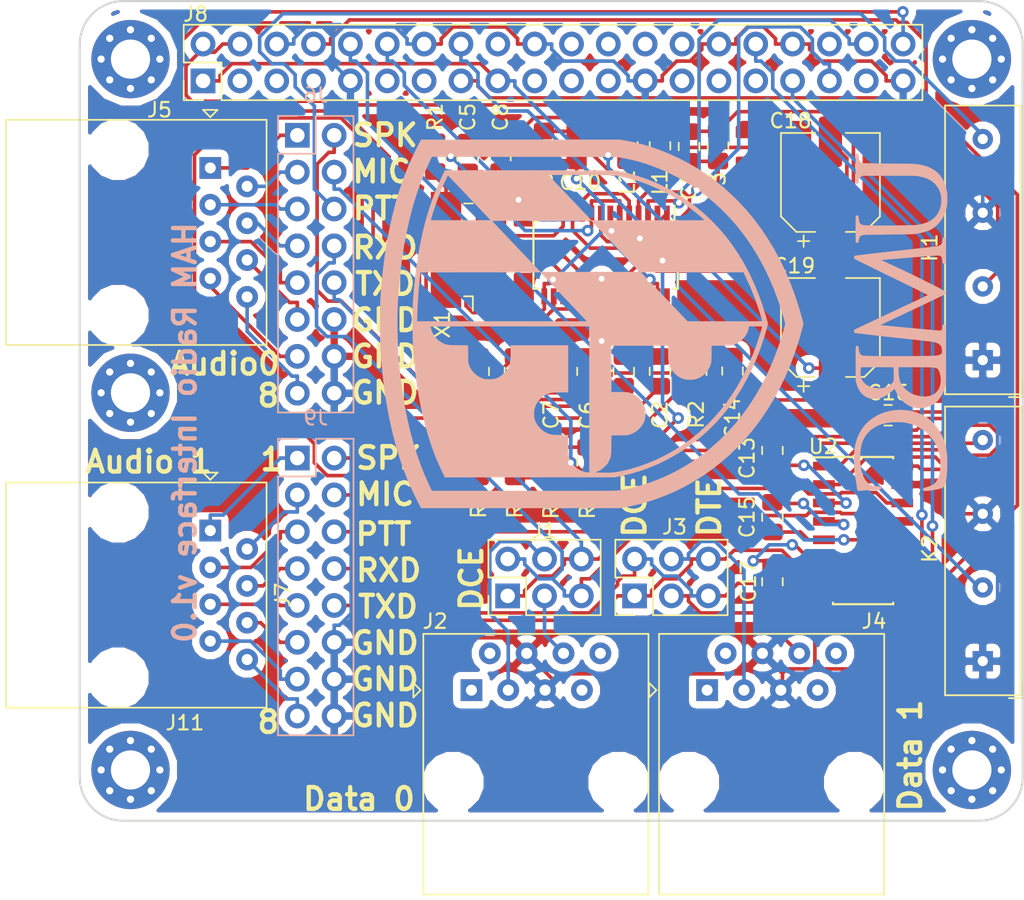
<source format=kicad_pcb>
(kicad_pcb (version 20171130) (host pcbnew "(5.0.2)-1")
  (layers (0 F.Cu signal) (31 B.Cu signal) (34 B.Paste user) (35 F.Paste user) (36 B.SilkS user) (37 F.SilkS user) (38 B.Mask user) (39 F.Mask user) (44 Edge.Cuts user))
  (net 0 "")
  (net 1 "Net-(C1-Pad1)")
  (net 2 INL)
  (net 3 INR)
  (net 4 "Net-(C2-Pad1)")
  (net 5 Earth)
  (net 6 VCC)
  (net 7 VDD)
  (net 8 "Net-(C6-Pad1)")
  (net 9 "Net-(C11-Pad1)")
  (net 10 "Net-(C11-Pad2)")
  (net 11 "Net-(C12-Pad1)")
  (net 12 "Net-(C12-Pad2)")
  (net 13 "Net-(C13-Pad2)")
  (net 14 "Net-(C13-Pad1)")
  (net 15 GND)
  (net 16 "Net-(C14-Pad2)")
  (net 17 "Net-(C15-Pad1)")
  (net 18 "Net-(C15-Pad2)")
  (net 19 "Net-(C16-Pad2)")
  (net 20 "Net-(C17-Pad2)")
  (net 21 "Net-(C18-Pad1)")
  (net 22 "Net-(C19-Pad1)")
  (net 23 RXR0)
  (net 24 TXR0)
  (net 25 "Net-(J2-Pad8)")
  (net 26 "Net-(J2-Pad7)")
  (net 27 "Net-(J2-Pad1)")
  (net 28 TXR1)
  (net 29 RXR1)
  (net 30 "Net-(J4-Pad1)")
  (net 31 "Net-(J4-Pad7)")
  (net 32 "Net-(J4-Pad8)")
  (net 33 "Net-(J5-Pad8)")
  (net 34 "Net-(J5-Pad7)")
  (net 35 "Net-(J5-Pad6)")
  (net 36 "Net-(J5-Pad5)")
  (net 37 "Net-(J5-Pad4)")
  (net 38 "Net-(J5-Pad3)")
  (net 39 "Net-(J5-Pad2)")
  (net 40 "Net-(J5-Pad1)")
  (net 41 OUTL)
  (net 42 PTT0)
  (net 43 "Net-(J7-Pad1)")
  (net 44 "Net-(J7-Pad2)")
  (net 45 "Net-(J7-Pad3)")
  (net 46 "Net-(J7-Pad4)")
  (net 47 "Net-(J7-Pad5)")
  (net 48 "Net-(J7-Pad6)")
  (net 49 "Net-(J7-Pad7)")
  (net 50 "Net-(J7-Pad8)")
  (net 51 "Net-(J8-Pad3)")
  (net 52 "Net-(J8-Pad5)")
  (net 53 "Net-(J8-Pad7)")
  (net 54 TXD0)
  (net 55 RXD0)
  (net 56 "Net-(J8-Pad11)")
  (net 57 BCK)
  (net 58 "Net-(J8-Pad13)")
  (net 59 "Net-(J8-Pad18)")
  (net 60 "Net-(J8-Pad19)")
  (net 61 "Net-(J8-Pad21)")
  (net 62 "Net-(J8-Pad22)")
  (net 63 "Net-(J8-Pad23)")
  (net 64 "Net-(J8-Pad24)")
  (net 65 "Net-(J8-Pad26)")
  (net 66 "Net-(J8-Pad27)")
  (net 67 "Net-(J8-Pad28)")
  (net 68 "Net-(J8-Pad29)")
  (net 69 "Net-(J8-Pad31)")
  (net 70 TXD1)
  (net 71 RXD1)
  (net 72 LRCK)
  (net 73 "Net-(J8-Pad36)")
  (net 74 "Net-(J8-Pad37)")
  (net 75 DOUT)
  (net 76 DIN)
  (net 77 PTT1)
  (net 78 OUTR)
  (net 79 "Net-(R1-Pad1)")
  (net 80 "Net-(U1-Pad13)")
  (net 81 "Net-(U1-Pad14)")
  (net 82 "Net-(U1-Pad17)")
  (net 83 "Net-(U1-Pad19)")
  (net 84 "Net-(R2-Pad1)")
  (net 85 "Net-(X1-Pad1)")
  (net 86 SYSCLK)
  (net 87 "Net-(J1-Pad4)")
  (net 88 "Net-(J1-Pad3)")
  (net 89 "Net-(J3-Pad3)")
  (net 90 "Net-(J3-Pad4)")
  (net 91 "Net-(J2-Pad2)")
  (net 92 "Net-(J4-Pad2)")
  (net 93 "Net-(C5-Pad2)")
  (net 94 PTTL1)
  (net 95 PTTL0)
  (module MountingHole:MountingHole_2.7mm_M2.5_Pad_Via (layer F.Cu) (at 51 55.5)
    (fp_text reference J13 (at 0 0) (layer F.SilkS))
    (fp_text value MountingHole_2.7mm_M2.5_Pad_Via)
    (pad 1 thru_hole circle (at 0 0) (size 5.4 5.4) (drill 2.7) (layers *.Cu *.Mask))
    (pad 1 thru_hole circle (at 2.025 0) (size 0.8 0.8) (drill 0.5) (layers *.Cu *.Mask))
    (pad 1 thru_hole circle (at 1.431891 1.431891) (size 0.8 0.8) (drill 0.5) (layers *.Cu *.Mask))
    (pad 1 thru_hole circle (at 0 2.025) (size 0.8 0.8) (drill 0.5) (layers *.Cu *.Mask))
    (pad 1 thru_hole circle (at -1.431891 1.431891) (size 0.8 0.8) (drill 0.5) (layers *.Cu *.Mask))
    (pad 1 thru_hole circle (at -2.025 0) (size 0.8 0.8) (drill 0.5) (layers *.Cu *.Mask))
    (pad 1 thru_hole circle (at -1.431891 -1.431891) (size 0.8 0.8) (drill 0.5) (layers *.Cu *.Mask))
    (pad 1 thru_hole circle (at 0 -2.025) (size 0.8 0.8) (drill 0.5) (layers *.Cu *.Mask))
    (pad 1 thru_hole circle (at 1.431891 -1.431891) (size 0.8 0.8) (drill 0.5) (layers *.Cu *.Mask))
  )
  (module RPi-Ham:logo (layer B.Cu) (at 87.75 50.75 270)
    (fp_text reference G*** hide)
    (fp_text value LOGO hide)
  )
  (module Connector_RJ:RJ45_Amphenol_54602-x08_Horizontal (layer F.Cu) (at 74.5 76)
    (fp_text reference J2 (at -2.5 -4.75) (layer F.SilkS))
    (fp_text value RJ45)
    (pad 8 thru_hole circle (at 8.89 -2.54) (size 1.5 1.5) (drill 0.76) (layers *.Cu *.Mask) (net 25 "Net-(J2-Pad8)"))
    (pad 7 thru_hole circle (at 7.62 0) (size 1.5 1.5) (drill 0.76) (layers *.Cu *.Mask) (net 26 "Net-(J2-Pad7)"))
    (pad 6 thru_hole circle (at 6.35 -2.54) (size 1.5 1.5) (drill 0.76) (layers *.Cu *.Mask) (net 88 "Net-(J1-Pad3)"))
    (pad 5 thru_hole circle (at 5.08 0) (size 1.5 1.5) (drill 0.76) (layers *.Cu *.Mask) (net 15 GND))
    (pad 4 thru_hole circle (at 3.81 -2.54) (size 1.5 1.5) (drill 0.76) (layers *.Cu *.Mask) (net 15 GND))
    (pad 3 thru_hole circle (at 2.54 0) (size 1.5 1.5) (drill 0.76) (layers *.Cu *.Mask) (net 87 "Net-(J1-Pad4)"))
    (pad 2 thru_hole circle (at 1.27 -2.54) (size 1.5 1.5) (drill 0.76) (layers *.Cu *.Mask) (net 91 "Net-(J2-Pad2)"))
    (pad 1 thru_hole rect (at 0 0) (size 1.5 1.5) (drill 0.76) (layers *.Cu *.Mask) (net 27 "Net-(J2-Pad1)"))
    (pad "" np_thru_hole circle (at -1.27 6.35) (size 3.2 3.2) (drill 3.2) (layers *.Cu *.Mask))
    (pad "" np_thru_hole circle (at 10.16 6.35) (size 3.2 3.2) (drill 3.2) (layers *.Cu *.Mask))
  )
  (module Connector_RJ:RJ45_Amphenol_54602-x08_Horizontal (layer F.Cu) (at 90.75 76)
    (fp_text reference J4 (at 11.5 -4.75) (layer F.SilkS))
    (fp_text value RJ45)
    (pad "" np_thru_hole circle (at 10.16 6.35) (size 3.2 3.2) (drill 3.2) (layers *.Cu *.Mask))
    (pad "" np_thru_hole circle (at -1.27 6.35) (size 3.2 3.2) (drill 3.2) (layers *.Cu *.Mask))
    (pad 1 thru_hole rect (at 0 0) (size 1.5 1.5) (drill 0.76) (layers *.Cu *.Mask) (net 30 "Net-(J4-Pad1)"))
    (pad 2 thru_hole circle (at 1.27 -2.54) (size 1.5 1.5) (drill 0.76) (layers *.Cu *.Mask) (net 92 "Net-(J4-Pad2)"))
    (pad 3 thru_hole circle (at 2.54 0) (size 1.5 1.5) (drill 0.76) (layers *.Cu *.Mask) (net 90 "Net-(J3-Pad4)"))
    (pad 4 thru_hole circle (at 3.81 -2.54) (size 1.5 1.5) (drill 0.76) (layers *.Cu *.Mask) (net 15 GND))
    (pad 5 thru_hole circle (at 5.08 0) (size 1.5 1.5) (drill 0.76) (layers *.Cu *.Mask) (net 15 GND))
    (pad 6 thru_hole circle (at 6.35 -2.54) (size 1.5 1.5) (drill 0.76) (layers *.Cu *.Mask) (net 89 "Net-(J3-Pad3)"))
    (pad 7 thru_hole circle (at 7.62 0) (size 1.5 1.5) (drill 0.76) (layers *.Cu *.Mask) (net 31 "Net-(J4-Pad7)"))
    (pad 8 thru_hole circle (at 8.89 -2.54) (size 1.5 1.5) (drill 0.76) (layers *.Cu *.Mask) (net 32 "Net-(J4-Pad8)"))
  )
  (module MountingHole:MountingHole_2.7mm_M2.5_Pad_Via (layer F.Cu) (at 109 32.5)
    (fp_text reference J12 (at 0 -0.1) (layer F.SilkS))
    (fp_text value MountingHole_2.7mm_M2.5_Pad_Via)
    (pad 1 thru_hole circle (at 0 0) (size 5.4 5.4) (drill 2.7) (layers *.Cu *.Mask))
    (pad 1 thru_hole circle (at 2.025 0) (size 0.8 0.8) (drill 0.5) (layers *.Cu *.Mask))
    (pad 1 thru_hole circle (at 1.431891 1.431891) (size 0.8 0.8) (drill 0.5) (layers *.Cu *.Mask))
    (pad 1 thru_hole circle (at 0 2.025) (size 0.8 0.8) (drill 0.5) (layers *.Cu *.Mask))
    (pad 1 thru_hole circle (at -1.431891 1.431891) (size 0.8 0.8) (drill 0.5) (layers *.Cu *.Mask))
    (pad 1 thru_hole circle (at -2.025 0) (size 0.8 0.8) (drill 0.5) (layers *.Cu *.Mask))
    (pad 1 thru_hole circle (at -1.431891 -1.431891) (size 0.8 0.8) (drill 0.5) (layers *.Cu *.Mask))
    (pad 1 thru_hole circle (at 0 -2.025) (size 0.8 0.8) (drill 0.5) (layers *.Cu *.Mask))
    (pad 1 thru_hole circle (at 1.431891 -1.431891) (size 0.8 0.8) (drill 0.5) (layers *.Cu *.Mask))
  )
  (module MountingHole:MountingHole_2.7mm_M2.5_Pad_Via (layer F.Cu) (at 51 32.5)
    (fp_text reference J15 (at 0 49) (layer F.SilkS))
    (fp_text value MountingHole_2.7mm_M2.5_Pad_Via)
    (pad 1 thru_hole circle (at 1.431891 -1.431891) (size 0.8 0.8) (drill 0.5) (layers *.Cu *.Mask))
    (pad 1 thru_hole circle (at 0 -2.025) (size 0.8 0.8) (drill 0.5) (layers *.Cu *.Mask))
    (pad 1 thru_hole circle (at -1.431891 -1.431891) (size 0.8 0.8) (drill 0.5) (layers *.Cu *.Mask))
    (pad 1 thru_hole circle (at -2.025 0) (size 0.8 0.8) (drill 0.5) (layers *.Cu *.Mask))
    (pad 1 thru_hole circle (at -1.431891 1.431891) (size 0.8 0.8) (drill 0.5) (layers *.Cu *.Mask))
    (pad 1 thru_hole circle (at 0 2.025) (size 0.8 0.8) (drill 0.5) (layers *.Cu *.Mask))
    (pad 1 thru_hole circle (at 1.431891 1.431891) (size 0.8 0.8) (drill 0.5) (layers *.Cu *.Mask))
    (pad 1 thru_hole circle (at 2.025 0) (size 0.8 0.8) (drill 0.5) (layers *.Cu *.Mask))
    (pad 1 thru_hole circle (at 0 0) (size 5.4 5.4) (drill 2.7) (layers *.Cu *.Mask))
  )
  (module MountingHole:MountingHole_2.7mm_M2.5_Pad_Via (layer F.Cu) (at 109 81.5)
    (fp_text reference J10 (at 0 0) (layer F.SilkS))
    (fp_text value MountingHole_2.7mm_M2.5_Pad_Via)
    (pad 1 thru_hole circle (at 1.431891 -1.431891) (size 0.8 0.8) (drill 0.5) (layers *.Cu *.Mask))
    (pad 1 thru_hole circle (at 0 -2.025) (size 0.8 0.8) (drill 0.5) (layers *.Cu *.Mask))
    (pad 1 thru_hole circle (at -1.431891 -1.431891) (size 0.8 0.8) (drill 0.5) (layers *.Cu *.Mask))
    (pad 1 thru_hole circle (at -2.025 0) (size 0.8 0.8) (drill 0.5) (layers *.Cu *.Mask))
    (pad 1 thru_hole circle (at -1.431891 1.431891) (size 0.8 0.8) (drill 0.5) (layers *.Cu *.Mask))
    (pad 1 thru_hole circle (at 0 2.025) (size 0.8 0.8) (drill 0.5) (layers *.Cu *.Mask))
    (pad 1 thru_hole circle (at 1.431891 1.431891) (size 0.8 0.8) (drill 0.5) (layers *.Cu *.Mask))
    (pad 1 thru_hole circle (at 2.025 0) (size 0.8 0.8) (drill 0.5) (layers *.Cu *.Mask))
    (pad 1 thru_hole circle (at 0 0) (size 5.4 5.4) (drill 2.7) (layers *.Cu *.Mask))
  )
  (module MountingHole:MountingHole_2.7mm_M2.5_Pad_Via (layer F.Cu) (at 51 81.5)
    (fp_text reference J11 (at 3.75 -3.25) (layer F.SilkS))
    (fp_text value MountingHole_2.7mm_M2.5_Pad_Via)
    (pad 1 thru_hole circle (at 1.431891 -1.431891) (size 0.8 0.8) (drill 0.5) (layers *.Cu *.Mask))
    (pad 1 thru_hole circle (at 0 -2.025) (size 0.8 0.8) (drill 0.5) (layers *.Cu *.Mask))
    (pad 1 thru_hole circle (at -1.431891 -1.431891) (size 0.8 0.8) (drill 0.5) (layers *.Cu *.Mask))
    (pad 1 thru_hole circle (at -2.025 0) (size 0.8 0.8) (drill 0.5) (layers *.Cu *.Mask))
    (pad 1 thru_hole circle (at -1.431891 1.431891) (size 0.8 0.8) (drill 0.5) (layers *.Cu *.Mask))
    (pad 1 thru_hole circle (at 0 2.025) (size 0.8 0.8) (drill 0.5) (layers *.Cu *.Mask))
    (pad 1 thru_hole circle (at 1.431891 1.431891) (size 0.8 0.8) (drill 0.5) (layers *.Cu *.Mask))
    (pad 1 thru_hole circle (at 2.025 0) (size 0.8 0.8) (drill 0.5) (layers *.Cu *.Mask))
    (pad 1 thru_hole circle (at 0 0) (size 5.4 5.4) (drill 2.7) (layers *.Cu *.Mask))
  )
  (module Capacitor_SMD:C_0805_2012Metric_Pad1.15x1.40mm_HandSolder (layer F.Cu) (at 85 54.025 270)
    (fp_text reference C1 (at 3.025 0 270) (layer F.SilkS))
    (fp_text value 4.7uF)
    (pad 2 smd roundrect (at 1.025 0 270) (size 1.15 1.4) (layers F.Cu F.Paste F.Mask) (roundrect_rratio 0.217391) (net 2 INL))
    (pad 1 smd roundrect (at -1.025 0 270) (size 1.15 1.4) (layers F.Cu F.Paste F.Mask) (roundrect_rratio 0.217391) (net 1 "Net-(C1-Pad1)"))
  )
  (module Capacitor_SMD:C_0805_2012Metric_Pad1.15x1.40mm_HandSolder (layer F.Cu) (at 87.5 54.025 270)
    (fp_text reference C2 (at 3 0 270) (layer F.SilkS))
    (fp_text value 4.7uF)
    (pad 2 smd roundrect (at 1.025 0 270) (size 1.15 1.4) (layers F.Cu F.Paste F.Mask) (roundrect_rratio 0.217391) (net 3 INR))
    (pad 1 smd roundrect (at -1.025 0 270) (size 1.15 1.4) (layers F.Cu F.Paste F.Mask) (roundrect_rratio 0.217391) (net 4 "Net-(C2-Pad1)"))
  )
  (module Capacitor_SMD:C_0805_2012Metric_Pad1.15x1.40mm_HandSolder (layer F.Cu) (at 91.5 38.5 270)
    (fp_text reference C3 (at 2.75 0 270) (layer F.SilkS))
    (fp_text value 10uF)
    (pad 1 smd roundrect (at -1.025 0 270) (size 1.15 1.4) (layers F.Cu F.Paste F.Mask) (roundrect_rratio 0.217391) (net 6 VCC))
    (pad 2 smd roundrect (at 1.025 0 270) (size 1.15 1.4) (layers F.Cu F.Paste F.Mask) (roundrect_rratio 0.217391) (net 5 Earth))
  )
  (module Capacitor_SMD:C_0805_2012Metric_Pad1.15x1.40mm_HandSolder (layer F.Cu) (at 89.5 38.525 270)
    (fp_text reference C4 (at 2.725 0 270) (layer F.SilkS))
    (fp_text value 100nF)
    (pad 1 smd roundrect (at -1.025 0 270) (size 1.15 1.4) (layers F.Cu F.Paste F.Mask) (roundrect_rratio 0.217391) (net 6 VCC))
    (pad 2 smd roundrect (at 1.025 0 270) (size 1.15 1.4) (layers F.Cu F.Paste F.Mask) (roundrect_rratio 0.217391) (net 5 Earth))
  )
  (module Capacitor_SMD:C_0805_2012Metric_Pad1.15x1.40mm_HandSolder (layer F.Cu) (at 74.25 39.25 270)
    (fp_text reference C5 (at -2.75 0 270) (layer F.SilkS))
    (fp_text value 10nF)
    (pad 1 smd roundrect (at -1.025 0 270) (size 1.15 1.4) (layers F.Cu F.Paste F.Mask) (roundrect_rratio 0.217391) (net 7 VDD))
    (pad 2 smd roundrect (at 1.025 0 270) (size 1.15 1.4) (layers F.Cu F.Paste F.Mask) (roundrect_rratio 0.217391) (net 93 "Net-(C5-Pad2)"))
  )
  (module Capacitor_SMD:C_0805_2012Metric_Pad1.15x1.40mm_HandSolder (layer F.Cu) (at 82.5 54.025 270)
    (fp_text reference C6 (at 3.025 0 270) (layer F.SilkS))
    (fp_text value 10uF)
    (pad 1 smd roundrect (at -1.025 0 270) (size 1.15 1.4) (layers F.Cu F.Paste F.Mask) (roundrect_rratio 0.217391) (net 8 "Net-(C6-Pad1)"))
    (pad 2 smd roundrect (at 1.025 0 270) (size 1.15 1.4) (layers F.Cu F.Paste F.Mask) (roundrect_rratio 0.217391) (net 5 Earth))
  )
  (module Capacitor_SMD:C_0805_2012Metric_Pad1.15x1.40mm_HandSolder (layer F.Cu) (at 80 54.025 270)
    (fp_text reference C7 (at 3.025 0 270) (layer F.SilkS))
    (fp_text value 100nF)
    (pad 2 smd roundrect (at 1.025 0 270) (size 1.15 1.4) (layers F.Cu F.Paste F.Mask) (roundrect_rratio 0.217391) (net 5 Earth))
    (pad 1 smd roundrect (at -1.025 0 270) (size 1.15 1.4) (layers F.Cu F.Paste F.Mask) (roundrect_rratio 0.217391) (net 8 "Net-(C6-Pad1)"))
  )
  (module Capacitor_SMD:C_0805_2012Metric_Pad1.15x1.40mm_HandSolder (layer F.Cu) (at 76.5 39.225 270)
    (fp_text reference C8 (at -2.725 0 270) (layer F.SilkS))
    (fp_text value 100nF)
    (pad 2 smd roundrect (at 1.025 0 270) (size 1.15 1.4) (layers F.Cu F.Paste F.Mask) (roundrect_rratio 0.217391) (net 93 "Net-(C5-Pad2)"))
    (pad 1 smd roundrect (at -1.025 0 270) (size 1.15 1.4) (layers F.Cu F.Paste F.Mask) (roundrect_rratio 0.217391) (net 7 VDD))
  )
  (module Capacitor_SMD:C_0805_2012Metric_Pad1.15x1.40mm_HandSolder (layer F.Cu) (at 79.5 38.475 90)
    (fp_text reference C9 (at -2.525 -0.25 180) (layer F.SilkS))
    (fp_text value 10uF)
    (pad 2 smd roundrect (at 1.025 0 90) (size 1.15 1.4) (layers F.Cu F.Paste F.Mask) (roundrect_rratio 0.217391) (net 5 Earth))
    (pad 1 smd roundrect (at -1.025 0 90) (size 1.15 1.4) (layers F.Cu F.Paste F.Mask) (roundrect_rratio 0.217391) (net 7 VDD))
  )
  (module Capacitor_SMD:C_0805_2012Metric_Pad1.15x1.40mm_HandSolder (layer F.Cu) (at 81.75 38.5 90)
    (fp_text reference C10 (at -2.5 0.25 180) (layer F.SilkS))
    (fp_text value 100nF)
    (pad 1 smd roundrect (at -1.025 0 90) (size 1.15 1.4) (layers F.Cu F.Paste F.Mask) (roundrect_rratio 0.217391) (net 7 VDD))
    (pad 2 smd roundrect (at 1.025 0 90) (size 1.15 1.4) (layers F.Cu F.Paste F.Mask) (roundrect_rratio 0.217391) (net 5 Earth))
  )
  (module Capacitor_SMD:C_0805_2012Metric_Pad1.15x1.40mm_HandSolder (layer F.Cu) (at 75 54.025 270)
    (fp_text reference C11 (at 3.225 0 270) (layer F.SilkS))
    (fp_text value 22uF)
    (pad 2 smd roundrect (at 1.025 0 270) (size 1.15 1.4) (layers F.Cu F.Paste F.Mask) (roundrect_rratio 0.217391) (net 10 "Net-(C11-Pad2)"))
    (pad 1 smd roundrect (at -1.025 0 270) (size 1.15 1.4) (layers F.Cu F.Paste F.Mask) (roundrect_rratio 0.217391) (net 9 "Net-(C11-Pad1)"))
  )
  (module Capacitor_SMD:C_0805_2012Metric_Pad1.15x1.40mm_HandSolder (layer F.Cu) (at 77.5 54.025 270)
    (fp_text reference C12 (at 3.225 0 270) (layer F.SilkS))
    (fp_text value 22uF)
    (pad 1 smd roundrect (at -1.025 0 270) (size 1.15 1.4) (layers F.Cu F.Paste F.Mask) (roundrect_rratio 0.217391) (net 11 "Net-(C12-Pad1)"))
    (pad 2 smd roundrect (at 1.025 0 270) (size 1.15 1.4) (layers F.Cu F.Paste F.Mask) (roundrect_rratio 0.217391) (net 12 "Net-(C12-Pad2)"))
  )
  (module Capacitor_SMD:C_0805_2012Metric_Pad1.15x1.40mm_HandSolder (layer F.Cu) (at 95.25 59.475 270)
    (fp_text reference C13 (at 0.525 1.75 270) (layer F.SilkS))
    (fp_text value 1uF)
    (pad 1 smd roundrect (at -1.025 0 270) (size 1.15 1.4) (layers F.Cu F.Paste F.Mask) (roundrect_rratio 0.217391) (net 14 "Net-(C13-Pad1)"))
    (pad 2 smd roundrect (at 1.025 0 270) (size 1.15 1.4) (layers F.Cu F.Paste F.Mask) (roundrect_rratio 0.217391) (net 13 "Net-(C13-Pad2)"))
  )
  (module Capacitor_SMD:C_0805_2012Metric_Pad1.15x1.40mm_HandSolder (layer F.Cu) (at 92.5 54 90)
    (fp_text reference C14 (at -3.25 0 90) (layer F.SilkS))
    (fp_text value 1uF)
    (pad 1 smd roundrect (at -1.025 0 90) (size 1.15 1.4) (layers F.Cu F.Paste F.Mask) (roundrect_rratio 0.217391) (net 15 GND))
    (pad 2 smd roundrect (at 1.025 0 90) (size 1.15 1.4) (layers F.Cu F.Paste F.Mask) (roundrect_rratio 0.217391) (net 16 "Net-(C14-Pad2)"))
  )
  (module Capacitor_SMD:C_0805_2012Metric_Pad1.15x1.40mm_HandSolder (layer F.Cu) (at 95.25 64.075 270)
    (fp_text reference C15 (at 0 1.75 270) (layer F.SilkS))
    (fp_text value 1uF)
    (pad 1 smd roundrect (at -1.025 0 270) (size 1.15 1.4) (layers F.Cu F.Paste F.Mask) (roundrect_rratio 0.217391) (net 17 "Net-(C15-Pad1)"))
    (pad 2 smd roundrect (at 1.025 0 270) (size 1.15 1.4) (layers F.Cu F.Paste F.Mask) (roundrect_rratio 0.217391) (net 18 "Net-(C15-Pad2)"))
  )
  (module Capacitor_SMD:C_0805_2012Metric_Pad1.15x1.40mm_HandSolder (layer F.Cu) (at 103.225 57.05 180)
    (fp_text reference C16 (at -0.025 1.55 180) (layer F.SilkS))
    (fp_text value 1uF)
    (pad 2 smd roundrect (at 1.025 0 180) (size 1.15 1.4) (layers F.Cu F.Paste F.Mask) (roundrect_rratio 0.217391) (net 19 "Net-(C16-Pad2)"))
    (pad 1 smd roundrect (at -1.025 0 180) (size 1.15 1.4) (layers F.Cu F.Paste F.Mask) (roundrect_rratio 0.217391) (net 16 "Net-(C14-Pad2)"))
  )
  (module Capacitor_SMD:C_0805_2012Metric_Pad1.15x1.40mm_HandSolder (layer F.Cu) (at 95.25 68.525 90)
    (fp_text reference C17 (at 0 -1.65 90) (layer F.SilkS))
    (fp_text value 1uF)
    (pad 2 smd roundrect (at 1.025 0 90) (size 1.15 1.4) (layers F.Cu F.Paste F.Mask) (roundrect_rratio 0.217391) (net 20 "Net-(C17-Pad2)"))
    (pad 1 smd roundrect (at -1.025 0 90) (size 1.15 1.4) (layers F.Cu F.Paste F.Mask) (roundrect_rratio 0.217391) (net 15 GND))
  )
  (module Capacitor_SMD:CP_Elec_6.3x5.4 (layer F.Cu) (at 99.25 41 90)
    (fp_text reference C18 (at 4.25 -2.75 180) (layer F.SilkS))
    (fp_text value 100uF)
    (pad 1 smd roundrect (at -2.8 0 90) (size 3.5 1.6) (layers F.Cu F.Paste F.Mask) (roundrect_rratio 0.15625) (net 21 "Net-(C18-Pad1)"))
    (pad 2 smd roundrect (at 2.8 0 90) (size 3.5 1.6) (layers F.Cu F.Paste F.Mask) (roundrect_rratio 0.15625) (net 5 Earth))
  )
  (module Capacitor_SMD:CP_Elec_6.3x5.4 (layer F.Cu) (at 99.25 51 90)
    (fp_text reference C19 (at 4.25 -2.5 180) (layer F.SilkS))
    (fp_text value 100uF)
    (pad 1 smd roundrect (at -2.8 0 90) (size 3.5 1.6) (layers F.Cu F.Paste F.Mask) (roundrect_rratio 0.15625) (net 22 "Net-(C19-Pad1)"))
    (pad 2 smd roundrect (at 2.8 0 90) (size 3.5 1.6) (layers F.Cu F.Paste F.Mask) (roundrect_rratio 0.15625) (net 5 Earth))
  )
  (module Connector_RJ:RJ45_Amphenol_54602-x08_Horizontal (layer F.Cu) (at 56.5 40 270)
    (fp_text reference J5 (at -4 3.5) (layer F.SilkS))
    (fp_text value RJ45)
    (pad "" np_thru_hole circle (at 10.16 6.35 270) (size 3.2 3.2) (drill 3.2) (layers *.Cu *.Mask))
    (pad "" np_thru_hole circle (at -1.27 6.35 270) (size 3.2 3.2) (drill 3.2) (layers *.Cu *.Mask))
    (pad 1 thru_hole rect (at 0 0 270) (size 1.5 1.5) (drill 0.76) (layers *.Cu *.Mask) (net 40 "Net-(J5-Pad1)"))
    (pad 2 thru_hole circle (at 1.27 -2.54 270) (size 1.5 1.5) (drill 0.76) (layers *.Cu *.Mask) (net 39 "Net-(J5-Pad2)"))
    (pad 3 thru_hole circle (at 2.54 0 270) (size 1.5 1.5) (drill 0.76) (layers *.Cu *.Mask) (net 38 "Net-(J5-Pad3)"))
    (pad 4 thru_hole circle (at 3.81 -2.54 270) (size 1.5 1.5) (drill 0.76) (layers *.Cu *.Mask) (net 37 "Net-(J5-Pad4)"))
    (pad 5 thru_hole circle (at 5.08 0 270) (size 1.5 1.5) (drill 0.76) (layers *.Cu *.Mask) (net 36 "Net-(J5-Pad5)"))
    (pad 6 thru_hole circle (at 6.35 -2.54 270) (size 1.5 1.5) (drill 0.76) (layers *.Cu *.Mask) (net 35 "Net-(J5-Pad6)"))
    (pad 7 thru_hole circle (at 7.62 0 270) (size 1.5 1.5) (drill 0.76) (layers *.Cu *.Mask) (net 34 "Net-(J5-Pad7)"))
    (pad 8 thru_hole circle (at 8.89 -2.54 270) (size 1.5 1.5) (drill 0.76) (layers *.Cu *.Mask) (net 33 "Net-(J5-Pad8)"))
  )
  (module Connector_PinSocket_2.54mm:PinSocket_2x08_P2.54mm_Vertical (layer B.Cu) (at 62.5 37.75 180)
    (fp_text reference J6 (at -1.27 2.77 180) (layer B.SilkS) (effects (justify mirror)))
    (fp_text value Conn_02x08_Counter_Clockwise)
    (pad 16 thru_hole oval (at -2.54 -17.78 180) (size 1.7 1.7) (drill 1) (layers *.Cu *.Mask) (net 15 GND))
    (pad 15 thru_hole oval (at 0 -17.78 180) (size 1.7 1.7) (drill 1) (layers *.Cu *.Mask) (net 33 "Net-(J5-Pad8)"))
    (pad 14 thru_hole oval (at -2.54 -15.24 180) (size 1.7 1.7) (drill 1) (layers *.Cu *.Mask) (net 15 GND))
    (pad 13 thru_hole oval (at 0 -15.24 180) (size 1.7 1.7) (drill 1) (layers *.Cu *.Mask) (net 34 "Net-(J5-Pad7)"))
    (pad 12 thru_hole oval (at -2.54 -12.7 180) (size 1.7 1.7) (drill 1) (layers *.Cu *.Mask) (net 15 GND))
    (pad 11 thru_hole oval (at 0 -12.7 180) (size 1.7 1.7) (drill 1) (layers *.Cu *.Mask) (net 35 "Net-(J5-Pad6)"))
    (pad 10 thru_hole oval (at -2.54 -10.16 180) (size 1.7 1.7) (drill 1) (layers *.Cu *.Mask) (net 24 TXR0))
    (pad 9 thru_hole oval (at 0 -10.16 180) (size 1.7 1.7) (drill 1) (layers *.Cu *.Mask) (net 36 "Net-(J5-Pad5)"))
    (pad 8 thru_hole oval (at -2.54 -7.62 180) (size 1.7 1.7) (drill 1) (layers *.Cu *.Mask) (net 23 RXR0))
    (pad 7 thru_hole oval (at 0 -7.62 180) (size 1.7 1.7) (drill 1) (layers *.Cu *.Mask) (net 37 "Net-(J5-Pad4)"))
    (pad 6 thru_hole oval (at -2.54 -5.08 180) (size 1.7 1.7) (drill 1) (layers *.Cu *.Mask) (net 42 PTT0))
    (pad 5 thru_hole oval (at 0 -5.08 180) (size 1.7 1.7) (drill 1) (layers *.Cu *.Mask) (net 38 "Net-(J5-Pad3)"))
    (pad 4 thru_hole oval (at -2.54 -2.54 180) (size 1.7 1.7) (drill 1) (layers *.Cu *.Mask) (net 41 OUTL))
    (pad 3 thru_hole oval (at 0 -2.54 180) (size 1.7 1.7) (drill 1) (layers *.Cu *.Mask) (net 39 "Net-(J5-Pad2)"))
    (pad 2 thru_hole oval (at -2.54 0 180) (size 1.7 1.7) (drill 1) (layers *.Cu *.Mask) (net 2 INL))
    (pad 1 thru_hole rect (at 0 0 180) (size 1.7 1.7) (drill 1) (layers *.Cu *.Mask) (net 40 "Net-(J5-Pad1)"))
  )
  (module Connector_RJ:RJ45_Amphenol_54602-x08_Horizontal (layer F.Cu) (at 56.5 65 270)
    (fp_text reference J7 (at 4.445 -5 270) (layer F.SilkS))
    (fp_text value RJ45)
    (pad "" np_thru_hole circle (at 10.16 6.35 270) (size 3.2 3.2) (drill 3.2) (layers *.Cu *.Mask))
    (pad "" np_thru_hole circle (at -1.27 6.35 270) (size 3.2 3.2) (drill 3.2) (layers *.Cu *.Mask))
    (pad 1 thru_hole rect (at 0 0 270) (size 1.5 1.5) (drill 0.76) (layers *.Cu *.Mask) (net 43 "Net-(J7-Pad1)"))
    (pad 2 thru_hole circle (at 1.27 -2.54 270) (size 1.5 1.5) (drill 0.76) (layers *.Cu *.Mask) (net 44 "Net-(J7-Pad2)"))
    (pad 3 thru_hole circle (at 2.54 0 270) (size 1.5 1.5) (drill 0.76) (layers *.Cu *.Mask) (net 45 "Net-(J7-Pad3)"))
    (pad 4 thru_hole circle (at 3.81 -2.54 270) (size 1.5 1.5) (drill 0.76) (layers *.Cu *.Mask) (net 46 "Net-(J7-Pad4)"))
    (pad 5 thru_hole circle (at 5.08 0 270) (size 1.5 1.5) (drill 0.76) (layers *.Cu *.Mask) (net 47 "Net-(J7-Pad5)"))
    (pad 6 thru_hole circle (at 6.35 -2.54 270) (size 1.5 1.5) (drill 0.76) (layers *.Cu *.Mask) (net 48 "Net-(J7-Pad6)"))
    (pad 7 thru_hole circle (at 7.62 0 270) (size 1.5 1.5) (drill 0.76) (layers *.Cu *.Mask) (net 49 "Net-(J7-Pad7)"))
    (pad 8 thru_hole circle (at 8.89 -2.54 270) (size 1.5 1.5) (drill 0.76) (layers *.Cu *.Mask) (net 50 "Net-(J7-Pad8)"))
  )
  (module Connector_PinHeader_2.54mm:PinHeader_2x20_P2.54mm_Vertical (layer F.Cu) (at 56 34 90)
    (fp_text reference J8 (at 4.6 -0.5 180) (layer F.SilkS))
    (fp_text value Raspberry_Pi_2_3)
    (pad 40 thru_hole oval (at 2.54 48.26 90) (size 1.7 1.7) (drill 1) (layers *.Cu *.Mask) (net 76 DIN))
    (pad 39 thru_hole oval (at 0 48.26 90) (size 1.7 1.7) (drill 1) (layers *.Cu *.Mask) (net 15 GND))
    (pad 38 thru_hole oval (at 2.54 45.72 90) (size 1.7 1.7) (drill 1) (layers *.Cu *.Mask) (net 75 DOUT))
    (pad 37 thru_hole oval (at 0 45.72 90) (size 1.7 1.7) (drill 1) (layers *.Cu *.Mask) (net 74 "Net-(J8-Pad37)"))
    (pad 36 thru_hole oval (at 2.54 43.18 90) (size 1.7 1.7) (drill 1) (layers *.Cu *.Mask) (net 73 "Net-(J8-Pad36)"))
    (pad 35 thru_hole oval (at 0 43.18 90) (size 1.7 1.7) (drill 1) (layers *.Cu *.Mask) (net 72 LRCK))
    (pad 34 thru_hole oval (at 2.54 40.64 90) (size 1.7 1.7) (drill 1) (layers *.Cu *.Mask) (net 15 GND))
    (pad 33 thru_hole oval (at 0 40.64 90) (size 1.7 1.7) (drill 1) (layers *.Cu *.Mask) (net 71 RXD1))
    (pad 32 thru_hole oval (at 2.54 38.1 90) (size 1.7 1.7) (drill 1) (layers *.Cu *.Mask) (net 70 TXD1))
    (pad 31 thru_hole oval (at 0 38.1 90) (size 1.7 1.7) (drill 1) (layers *.Cu *.Mask) (net 69 "Net-(J8-Pad31)"))
    (pad 30 thru_hole oval (at 2.54 35.56 90) (size 1.7 1.7) (drill 1) (layers *.Cu *.Mask) (net 15 GND))
    (pad 29 thru_hole oval (at 0 35.56 90) (size 1.7 1.7) (drill 1) (layers *.Cu *.Mask) (net 68 "Net-(J8-Pad29)"))
    (pad 28 thru_hole oval (at 2.54 33.02 90) (size 1.7 1.7) (drill 1) (layers *.Cu *.Mask) (net 67 "Net-(J8-Pad28)"))
    (pad 27 thru_hole oval (at 0 33.02 90) (size 1.7 1.7) (drill 1) (layers *.Cu *.Mask) (net 66 "Net-(J8-Pad27)"))
    (pad 26 thru_hole oval (at 2.54 30.48 90) (size 1.7 1.7) (drill 1) (layers *.Cu *.Mask) (net 65 "Net-(J8-Pad26)"))
    (pad 25 thru_hole oval (at 0 30.48 90) (size 1.7 1.7) (drill 1) (layers *.Cu *.Mask) (net 15 GND))
    (pad 24 thru_hole oval (at 2.54 27.94 90) (size 1.7 1.7) (drill 1) (layers *.Cu *.Mask) (net 64 "Net-(J8-Pad24)"))
    (pad 23 thru_hole oval (at 0 27.94 90) (size 1.7 1.7) (drill 1) (layers *.Cu *.Mask) (net 63 "Net-(J8-Pad23)"))
    (pad 22 thru_hole oval (at 2.54 25.4 90) (size 1.7 1.7) (drill 1) (layers *.Cu *.Mask) (net 62 "Net-(J8-Pad22)"))
    (pad 21 thru_hole oval (at 0 25.4 90) (size 1.7 1.7) (drill 1) (layers *.Cu *.Mask) (net 61 "Net-(J8-Pad21)"))
    (pad 20 thru_hole oval (at 2.54 22.86 90) (size 1.7 1.7) (drill 1) (layers *.Cu *.Mask) (net 15 GND))
    (pad 19 thru_hole oval (at 0 22.86 90) (size 1.7 1.7) (drill 1) (layers *.Cu *.Mask) (net 60 "Net-(J8-Pad19)"))
    (pad 18 thru_hole oval (at 2.54 20.32 90) (size 1.7 1.7) (drill 1) (layers *.Cu *.Mask) (net 59 "Net-(J8-Pad18)"))
    (pad 17 thru_hole oval (at 0 20.32 90) (size 1.7 1.7) (drill 1) (layers *.Cu *.Mask) (net 22 "Net-(C19-Pad1)"))
    (pad 16 thru_hole oval (at 2.54 17.78 90) (size 1.7 1.7) (drill 1) (layers *.Cu *.Mask) (net 94 PTTL1))
    (pad 15 thru_hole oval (at 0 17.78 90) (size 1.7 1.7) (drill 1) (layers *.Cu *.Mask) (net 95 PTTL0))
    (pad 14 thru_hole oval (at 2.54 15.24 90) (size 1.7 1.7) (drill 1) (layers *.Cu *.Mask) (net 15 GND))
    (pad 13 thru_hole oval (at 0 15.24 90) (size 1.7 1.7) (drill 1) (layers *.Cu *.Mask) (net 58 "Net-(J8-Pad13)"))
    (pad 12 thru_hole oval (at 2.54 12.7 90) (size 1.7 1.7) (drill 1) (layers *.Cu *.Mask) (net 57 BCK))
    (pad 11 thru_hole oval (at 0 12.7 90) (size 1.7 1.7) (drill 1) (layers *.Cu *.Mask) (net 56 "Net-(J8-Pad11)"))
    (pad 10 thru_hole oval (at 2.54 10.16 90) (size 1.7 1.7) (drill 1) (layers *.Cu *.Mask) (net 55 RXD0))
    (pad 9 thru_hole oval (at 0 10.16 90) (size 1.7 1.7) (drill 1) (layers *.Cu *.Mask) (net 15 GND))
    (pad 8 thru_hole oval (at 2.54 7.62 90) (size 1.7 1.7) (drill 1) (layers *.Cu *.Mask) (net 54 TXD0))
    (pad 7 thru_hole oval (at 0 7.62 90) (size 1.7 1.7) (drill 1) (layers *.Cu *.Mask) (net 53 "Net-(J8-Pad7)"))
    (pad 6 thru_hole oval (at 2.54 5.08 90) (size 1.7 1.7) (drill 1) (layers *.Cu *.Mask) (net 15 GND))
    (pad 5 thru_hole oval (at 0 5.08 90) (size 1.7 1.7) (drill 1) (layers *.Cu *.Mask) (net 52 "Net-(J8-Pad5)"))
    (pad 4 thru_hole oval (at 2.54 2.54 90) (size 1.7 1.7) (drill 1) (layers *.Cu *.Mask) (net 21 "Net-(C18-Pad1)"))
    (pad 3 thru_hole oval (at 0 2.54 90) (size 1.7 1.7) (drill 1) (layers *.Cu *.Mask) (net 51 "Net-(J8-Pad3)"))
    (pad 2 thru_hole oval (at 2.54 0 90) (size 1.7 1.7) (drill 1) (layers *.Cu *.Mask) (net 21 "Net-(C18-Pad1)"))
    (pad 1 thru_hole rect (at 0 0 90) (size 1.7 1.7) (drill 1) (layers *.Cu *.Mask) (net 22 "Net-(C19-Pad1)"))
  )
  (module Connector_PinSocket_2.54mm:PinSocket_2x08_P2.54mm_Vertical (layer B.Cu) (at 62.5 60 180)
    (fp_text reference J9 (at -1.27 2.77 180) (layer B.SilkS) (effects (justify mirror)))
    (fp_text value Conn_02x08_Counter_Clockwise)
    (pad 1 thru_hole rect (at 0 0 180) (size 1.7 1.7) (drill 1) (layers *.Cu *.Mask) (net 43 "Net-(J7-Pad1)"))
    (pad 2 thru_hole oval (at -2.54 0 180) (size 1.7 1.7) (drill 1) (layers *.Cu *.Mask) (net 3 INR))
    (pad 3 thru_hole oval (at 0 -2.54 180) (size 1.7 1.7) (drill 1) (layers *.Cu *.Mask) (net 44 "Net-(J7-Pad2)"))
    (pad 4 thru_hole oval (at -2.54 -2.54 180) (size 1.7 1.7) (drill 1) (layers *.Cu *.Mask) (net 78 OUTR))
    (pad 5 thru_hole oval (at 0 -5.08 180) (size 1.7 1.7) (drill 1) (layers *.Cu *.Mask) (net 45 "Net-(J7-Pad3)"))
    (pad 6 thru_hole oval (at -2.54 -5.08 180) (size 1.7 1.7) (drill 1) (layers *.Cu *.Mask) (net 77 PTT1))
    (pad 7 thru_hole oval (at 0 -7.62 180) (size 1.7 1.7) (drill 1) (layers *.Cu *.Mask) (net 46 "Net-(J7-Pad4)"))
    (pad 8 thru_hole oval (at -2.54 -7.62 180) (size 1.7 1.7) (drill 1) (layers *.Cu *.Mask) (net 29 RXR1))
    (pad 9 thru_hole oval (at 0 -10.16 180) (size 1.7 1.7) (drill 1) (layers *.Cu *.Mask) (net 47 "Net-(J7-Pad5)"))
    (pad 10 thru_hole oval (at -2.54 -10.16 180) (size 1.7 1.7) (drill 1) (layers *.Cu *.Mask) (net 28 TXR1))
    (pad 11 thru_hole oval (at 0 -12.7 180) (size 1.7 1.7) (drill 1) (layers *.Cu *.Mask) (net 48 "Net-(J7-Pad6)"))
    (pad 12 thru_hole oval (at -2.54 -12.7 180) (size 1.7 1.7) (drill 1) (layers *.Cu *.Mask) (net 15 GND))
    (pad 13 thru_hole oval (at 0 -15.24 180) (size 1.7 1.7) (drill 1) (layers *.Cu *.Mask) (net 49 "Net-(J7-Pad7)"))
    (pad 14 thru_hole oval (at -2.54 -15.24 180) (size 1.7 1.7) (drill 1) (layers *.Cu *.Mask) (net 15 GND))
    (pad 15 thru_hole oval (at 0 -17.78 180) (size 1.7 1.7) (drill 1) (layers *.Cu *.Mask) (net 50 "Net-(J7-Pad8)"))
    (pad 16 thru_hole oval (at -2.54 -17.78 180) (size 1.7 1.7) (drill 1) (layers *.Cu *.Mask) (net 15 GND))
  )
  (module Resistor_SMD:R_0805_2012Metric_Pad1.15x1.40mm_HandSolder (layer F.Cu) (at 87.5 38.475 90)
    (fp_text reference L1 (at -2.525 0 90) (layer F.SilkS))
    (fp_text value 2200Ohm,200mA)
    (pad 2 smd roundrect (at 1.025 0 90) (size 1.15 1.4) (layers F.Cu F.Paste F.Mask) (roundrect_rratio 0.217391) (net 6 VCC))
    (pad 1 smd roundrect (at -1.025 0 90) (size 1.15 1.4) (layers F.Cu F.Paste F.Mask) (roundrect_rratio 0.217391) (net 21 "Net-(C18-Pad1)"))
  )
  (module Resistor_SMD:R_0805_2012Metric_Pad1.15x1.40mm_HandSolder (layer F.Cu) (at 85.25 38.475 90)
    (fp_text reference L2 (at -2.525 0 90) (layer F.SilkS))
    (fp_text value 2200Ohm,200mA)
    (pad 1 smd roundrect (at -1.025 0 90) (size 1.15 1.4) (layers F.Cu F.Paste F.Mask) (roundrect_rratio 0.217391) (net 22 "Net-(C19-Pad1)"))
    (pad 2 smd roundrect (at 1.025 0 90) (size 1.15 1.4) (layers F.Cu F.Paste F.Mask) (roundrect_rratio 0.217391) (net 7 VDD))
  )
  (module Resistor_SMD:R_0805_2012Metric_Pad1.15x1.40mm_HandSolder (layer F.Cu) (at 72 39.225 270)
    (fp_text reference R1 (at -2.725 0 270) (layer F.SilkS))
    (fp_text value 47R)
    (pad 2 smd roundrect (at 1.025 0 270) (size 1.15 1.4) (layers F.Cu F.Paste F.Mask) (roundrect_rratio 0.217391) (net 86 SYSCLK))
    (pad 1 smd roundrect (at -1.025 0 270) (size 1.15 1.4) (layers F.Cu F.Paste F.Mask) (roundrect_rratio 0.217391) (net 79 "Net-(R1-Pad1)"))
  )
  (module Resistor_SMD:R_0805_2012Metric_Pad1.15x1.40mm_HandSolder (layer F.Cu) (at 90 54.025 270)
    (fp_text reference R2 (at 2.975 0 270) (layer F.SilkS))
    (fp_text value 220K)
    (pad 1 smd roundrect (at -1.025 0 270) (size 1.15 1.4) (layers F.Cu F.Paste F.Mask) (roundrect_rratio 0.217391) (net 84 "Net-(R2-Pad1)"))
    (pad 2 smd roundrect (at 1.025 0 270) (size 1.15 1.4) (layers F.Cu F.Paste F.Mask) (roundrect_rratio 0.217391) (net 7 VDD))
  )
  (module Resistor_SMD:R_0805_2012Metric_Pad1.15x1.40mm_HandSolder (layer F.Cu) (at 77.5 60.275 90)
    (fp_text reference R3 (at -2.925 0 90) (layer F.SilkS))
    (fp_text value 10K)
    (pad 1 smd roundrect (at -1.025 0 90) (size 1.15 1.4) (layers F.Cu F.Paste F.Mask) (roundrect_rratio 0.217391) (net 5 Earth))
    (pad 2 smd roundrect (at 1.025 0 90) (size 1.15 1.4) (layers F.Cu F.Paste F.Mask) (roundrect_rratio 0.217391) (net 10 "Net-(C11-Pad2)"))
  )
  (module Resistor_SMD:R_0805_2012Metric_Pad1.15x1.40mm_HandSolder (layer F.Cu) (at 80 60.325 270)
    (fp_text reference R4 (at 2.925 0 270) (layer F.SilkS))
    (fp_text value 10K)
    (pad 2 smd roundrect (at 1.025 0 270) (size 1.15 1.4) (layers F.Cu F.Paste F.Mask) (roundrect_rratio 0.217391) (net 5 Earth))
    (pad 1 smd roundrect (at -1.025 0 270) (size 1.15 1.4) (layers F.Cu F.Paste F.Mask) (roundrect_rratio 0.217391) (net 12 "Net-(C12-Pad2)"))
  )
  (module Resistor_SMD:R_0805_2012Metric_Pad1.15x1.40mm_HandSolder (layer F.Cu) (at 75 60.275 270)
    (fp_text reference R5 (at 2.925 0 270) (layer F.SilkS))
    (fp_text value 100R)
    (pad 2 smd roundrect (at 1.025 0 270) (size 1.15 1.4) (layers F.Cu F.Paste F.Mask) (roundrect_rratio 0.217391) (net 78 OUTR))
    (pad 1 smd roundrect (at -1.025 0 270) (size 1.15 1.4) (layers F.Cu F.Paste F.Mask) (roundrect_rratio 0.217391) (net 10 "Net-(C11-Pad2)"))
  )
  (module Resistor_SMD:R_0805_2012Metric_Pad1.15x1.40mm_HandSolder (layer F.Cu) (at 82.5 60.275 90)
    (fp_text reference R6 (at -2.975 0 90) (layer F.SilkS))
    (fp_text value 100R)
    (pad 1 smd roundrect (at -1.025 0 90) (size 1.15 1.4) (layers F.Cu F.Paste F.Mask) (roundrect_rratio 0.217391) (net 41 OUTL))
    (pad 2 smd roundrect (at 1.025 0 90) (size 1.15 1.4) (layers F.Cu F.Paste F.Mask) (roundrect_rratio 0.217391) (net 12 "Net-(C12-Pad2)"))
  )
  (module Package_SO:TSSOP-28_4.4x9.7mm_P0.65mm (layer F.Cu) (at 83.75 46 270)
    (fp_text reference U1 (at 0 -5.9 270) (layer F.SilkS))
    (fp_text value PCM3060)
    (pad 1 smd rect (at -2.85 -4.225 270) (size 1.1 0.4) (layers F.Cu F.Paste F.Mask) (net 5 Earth))
    (pad 2 smd rect (at -2.85 -3.575 270) (size 1.1 0.4) (layers F.Cu F.Paste F.Mask) (net 5 Earth))
    (pad 3 smd rect (at -2.85 -2.925 270) (size 1.1 0.4) (layers F.Cu F.Paste F.Mask) (net 75 DOUT))
    (pad 4 smd rect (at -2.85 -2.275 270) (size 1.1 0.4) (layers F.Cu F.Paste F.Mask) (net 72 LRCK))
    (pad 5 smd rect (at -2.85 -1.625 270) (size 1.1 0.4) (layers F.Cu F.Paste F.Mask) (net 57 BCK))
    (pad 6 smd rect (at -2.85 -0.975 270) (size 1.1 0.4) (layers F.Cu F.Paste F.Mask) (net 79 "Net-(R1-Pad1)"))
    (pad 7 smd rect (at -2.85 -0.325 270) (size 1.1 0.4) (layers F.Cu F.Paste F.Mask) (net 7 VDD))
    (pad 8 smd rect (at -2.85 0.325 270) (size 1.1 0.4) (layers F.Cu F.Paste F.Mask) (net 5 Earth))
    (pad 9 smd rect (at -2.85 0.975 270) (size 1.1 0.4) (layers F.Cu F.Paste F.Mask) (net 79 "Net-(R1-Pad1)"))
    (pad 10 smd rect (at -2.85 1.625 270) (size 1.1 0.4) (layers F.Cu F.Paste F.Mask) (net 57 BCK))
    (pad 11 smd rect (at -2.85 2.275 270) (size 1.1 0.4) (layers F.Cu F.Paste F.Mask) (net 72 LRCK))
    (pad 12 smd rect (at -2.85 2.925 270) (size 1.1 0.4) (layers F.Cu F.Paste F.Mask) (net 76 DIN))
    (pad 13 smd rect (at -2.85 3.575 270) (size 1.1 0.4) (layers F.Cu F.Paste F.Mask) (net 80 "Net-(U1-Pad13)"))
    (pad 14 smd rect (at -2.85 4.225 270) (size 1.1 0.4) (layers F.Cu F.Paste F.Mask) (net 81 "Net-(U1-Pad14)"))
    (pad 15 smd rect (at 2.85 4.225 270) (size 1.1 0.4) (layers F.Cu F.Paste F.Mask) (net 7 VDD))
    (pad 16 smd rect (at 2.85 3.575 270) (size 1.1 0.4) (layers F.Cu F.Paste F.Mask) (net 5 Earth))
    (pad 17 smd rect (at 2.85 2.925 270) (size 1.1 0.4) (layers F.Cu F.Paste F.Mask) (net 82 "Net-(U1-Pad17)"))
    (pad 18 smd rect (at 2.85 2.275 270) (size 1.1 0.4) (layers F.Cu F.Paste F.Mask) (net 9 "Net-(C11-Pad1)"))
    (pad 19 smd rect (at 2.85 1.625 270) (size 1.1 0.4) (layers F.Cu F.Paste F.Mask) (net 83 "Net-(U1-Pad19)"))
    (pad 20 smd rect (at 2.85 0.975 270) (size 1.1 0.4) (layers F.Cu F.Paste F.Mask) (net 11 "Net-(C12-Pad1)"))
    (pad 21 smd rect (at 2.85 0.325 270) (size 1.1 0.4) (layers F.Cu F.Paste F.Mask) (net 8 "Net-(C6-Pad1)"))
    (pad 22 smd rect (at 2.85 -0.325 270) (size 1.1 0.4) (layers F.Cu F.Paste F.Mask) (net 5 Earth))
    (pad 23 smd rect (at 2.85 -0.975 270) (size 1.1 0.4) (layers F.Cu F.Paste F.Mask) (net 5 Earth))
    (pad 24 smd rect (at 2.85 -1.625 270) (size 1.1 0.4) (layers F.Cu F.Paste F.Mask) (net 6 VCC))
    (pad 25 smd rect (at 2.85 -2.275 270) (size 1.1 0.4) (layers F.Cu F.Paste F.Mask) (net 1 "Net-(C1-Pad1)"))
    (pad 26 smd rect (at 2.85 -2.925 270) (size 1.1 0.4) (layers F.Cu F.Paste F.Mask) (net 4 "Net-(C2-Pad1)"))
    (pad 27 smd rect (at 2.85 -3.575 270) (size 1.1 0.4) (layers F.Cu F.Paste F.Mask) (net 7 VDD))
    (pad 28 smd rect (at 2.85 -4.225 270) (size 1.1 0.4) (layers F.Cu F.Paste F.Mask) (net 84 "Net-(R2-Pad1)"))
  )
  (module Package_SO:SOIC-16_3.9x9.9mm_P1.27mm (layer F.Cu) (at 101.5 65)
    (fp_text reference U2 (at -2.75 -5.8) (layer F.SilkS))
    (fp_text value MAX232)
    (pad 1 smd rect (at -2.7 -4.445) (size 1.5 0.6) (layers F.Cu F.Paste F.Mask) (net 14 "Net-(C13-Pad1)"))
    (pad 2 smd rect (at -2.7 -3.175) (size 1.5 0.6) (layers F.Cu F.Paste F.Mask) (net 19 "Net-(C16-Pad2)"))
    (pad 3 smd rect (at -2.7 -1.905) (size 1.5 0.6) (layers F.Cu F.Paste F.Mask) (net 13 "Net-(C13-Pad2)"))
    (pad 4 smd rect (at -2.7 -0.635) (size 1.5 0.6) (layers F.Cu F.Paste F.Mask) (net 17 "Net-(C15-Pad1)"))
    (pad 5 smd rect (at -2.7 0.635) (size 1.5 0.6) (layers F.Cu F.Paste F.Mask) (net 18 "Net-(C15-Pad2)"))
    (pad 6 smd rect (at -2.7 1.905) (size 1.5 0.6) (layers F.Cu F.Paste F.Mask) (net 20 "Net-(C17-Pad2)"))
    (pad 7 smd rect (at -2.7 3.175) (size 1.5 0.6) (layers F.Cu F.Paste F.Mask) (net 28 TXR1))
    (pad 8 smd rect (at -2.7 4.445) (size 1.5 0.6) (layers F.Cu F.Paste F.Mask) (net 29 RXR1))
    (pad 9 smd rect (at 2.7 4.445) (size 1.5 0.6) (layers F.Cu F.Paste F.Mask) (net 71 RXD1))
    (pad 10 smd rect (at 2.7 3.175) (size 1.5 0.6) (layers F.Cu F.Paste F.Mask) (net 70 TXD1))
    (pad 11 smd rect (at 2.7 1.905) (size 1.5 0.6) (layers F.Cu F.Paste F.Mask) (net 54 TXD0))
    (pad 12 smd rect (at 2.7 0.635) (size 1.5 0.6) (layers F.Cu F.Paste F.Mask) (net 55 RXD0))
    (pad 13 smd rect (at 2.7 -0.635) (size 1.5 0.6) (layers F.Cu F.Paste F.Mask) (net 23 RXR0))
    (pad 14 smd rect (at 2.7 -1.905) (size 1.5 0.6) (layers F.Cu F.Paste F.Mask) (net 24 TXR0))
    (pad 15 smd rect (at 2.7 -3.175) (size 1.5 0.6) (layers F.Cu F.Paste F.Mask) (net 15 GND))
    (pad 16 smd rect (at 2.7 -4.445) (size 1.5 0.6) (layers F.Cu F.Paste F.Mask) (net 16 "Net-(C14-Pad2)"))
  )
  (module Crystal:Crystal_SMD_0603-4Pin_6.0x3.5mm_HandSoldering (layer F.Cu) (at 74.3 45.65 90)
    (fp_text reference X1 (at -5.15 -1.8 90) (layer F.SilkS))
    (fp_text value "12.288 MHz")
    (pad 1 smd rect (at -2.65 1.55 90) (size 2.7 2.1) (layers F.Cu F.Paste F.Mask) (net 85 "Net-(X1-Pad1)"))
    (pad 2 smd rect (at 2.65 1.55 90) (size 2.7 2.1) (layers F.Cu F.Paste F.Mask) (net 93 "Net-(C5-Pad2)"))
    (pad 3 smd rect (at 2.65 -1.55 90) (size 2.7 2.1) (layers F.Cu F.Paste F.Mask) (net 86 SYSCLK))
    (pad 4 smd rect (at -2.65 -1.55 90) (size 2.7 2.1) (layers F.Cu F.Paste F.Mask) (net 7 VDD))
  )
  (module Connector_PinHeader_2.54mm:PinHeader_2x03_P2.54mm_Vertical (layer F.Cu) (at 77 69.5 90)
    (fp_text reference J1 (at 4.5 2.5 180) (layer F.SilkS))
    (fp_text value Conn_02x03_Counter_Clockwise)
    (pad 6 thru_hole oval (at 2.54 5.08 90) (size 1.7 1.7) (drill 1) (layers *.Cu *.Mask) (net 24 TXR0))
    (pad 5 thru_hole oval (at 0 5.08 90) (size 1.7 1.7) (drill 1) (layers *.Cu *.Mask) (net 23 RXR0))
    (pad 4 thru_hole oval (at 2.54 2.54 90) (size 1.7 1.7) (drill 1) (layers *.Cu *.Mask) (net 87 "Net-(J1-Pad4)"))
    (pad 3 thru_hole oval (at 0 2.54 90) (size 1.7 1.7) (drill 1) (layers *.Cu *.Mask) (net 88 "Net-(J1-Pad3)"))
    (pad 2 thru_hole oval (at 2.54 0 90) (size 1.7 1.7) (drill 1) (layers *.Cu *.Mask) (net 23 RXR0))
    (pad 1 thru_hole rect (at 0 0 90) (size 1.7 1.7) (drill 1) (layers *.Cu *.Mask) (net 24 TXR0))
  )
  (module Connector_PinHeader_2.54mm:PinHeader_2x03_P2.54mm_Vertical (layer F.Cu) (at 85.75 69.5 90)
    (fp_text reference J3 (at 4.75 2.75 180) (layer F.SilkS))
    (fp_text value Conn_02x03_Counter_Clockwise)
    (pad 1 thru_hole rect (at 0 0 90) (size 1.7 1.7) (drill 1) (layers *.Cu *.Mask) (net 28 TXR1))
    (pad 2 thru_hole oval (at 2.54 0 90) (size 1.7 1.7) (drill 1) (layers *.Cu *.Mask) (net 29 RXR1))
    (pad 3 thru_hole oval (at 0 2.54 90) (size 1.7 1.7) (drill 1) (layers *.Cu *.Mask) (net 89 "Net-(J3-Pad3)"))
    (pad 4 thru_hole oval (at 2.54 2.54 90) (size 1.7 1.7) (drill 1) (layers *.Cu *.Mask) (net 90 "Net-(J3-Pad4)"))
    (pad 5 thru_hole oval (at 0 5.08 90) (size 1.7 1.7) (drill 1) (layers *.Cu *.Mask) (net 29 RXR1))
    (pad 6 thru_hole oval (at 2.54 5.08 90) (size 1.7 1.7) (drill 1) (layers *.Cu *.Mask) (net 28 TXR1))
  )
  (module Relay_THT:Relay_SPST_StandexMeder_SIL_Form1A (layer F.Cu) (at 109.75 53.25 90)
    (fp_text reference K1 (at 7.75 -3.65 90) (layer F.SilkS))
    (fp_text value SILxx-1Axx-71x)
    (pad 1 thru_hole rect (at 0 0 90) (size 1.4 1.4) (drill 0.7) (layers *.Cu *.Mask) (net 15 GND))
    (pad 3 thru_hole circle (at 5.08 0 90) (size 1.4 1.4) (drill 0.7) (layers *.Cu *.Mask) (net 95 PTTL0))
    (pad 5 thru_hole circle (at 10.16 0 90) (size 1.4 1.4) (drill 0.7) (layers *.Cu *.Mask) (net 15 GND))
    (pad 7 thru_hole circle (at 15.24 0 90) (size 1.4 1.4) (drill 0.7) (layers *.Cu *.Mask) (net 42 PTT0))
  )
  (module Relay_THT:Relay_SPST_StandexMeder_SIL_Form1A (layer F.Cu) (at 109.75 74 90)
    (fp_text reference K2 (at 7.75 -3.65 90) (layer F.SilkS))
    (fp_text value SILxx-1Axx-71x)
    (pad 7 thru_hole circle (at 15.24 0 90) (size 1.4 1.4) (drill 0.7) (layers *.Cu *.Mask) (net 77 PTT1))
    (pad 5 thru_hole circle (at 10.16 0 90) (size 1.4 1.4) (drill 0.7) (layers *.Cu *.Mask) (net 15 GND))
    (pad 3 thru_hole circle (at 5.08 0 90) (size 1.4 1.4) (drill 0.7) (layers *.Cu *.Mask) (net 94 PTTL1))
    (pad 1 thru_hole rect (at 0 0 90) (size 1.4 1.4) (drill 0.7) (layers *.Cu *.Mask) (net 15 GND))
  )
  (gr_text 8 (at 60.5 55.7) (layer F.SilkS) (effects (font (size 1.5 1.5) (thickness 0.3))))
  (gr_text 8 (at 60.5 78.2) (layer F.SilkS) (effects (font (size 1.5 1.5) (thickness 0.3))))
  (gr_text 1 (at 60.7 60.1) (layer F.SilkS) (effects (font (size 1.5 1.5) (thickness 0.3))))
  (gr_text "HAM Radio Interface v1.0" (at 54.75 58.25 90) (layer B.SilkS) (effects (font (size 1.5 1.5) (thickness 0.3)) (justify mirror)))
  (gr_text "Data 1" (at 104.75 80.5 90) (layer F.SilkS) (effects (font (size 1.5 1.5) (thickness 0.3))))
  (gr_text "Data 0" (at 66.75 83.5) (layer F.SilkS) (effects (font (size 1.5 1.5) (thickness 0.3))))
  (gr_text "Audio 1" (at 52.25 60.25) (layer F.SilkS) (effects (font (size 1.5 1.5) (thickness 0.3))))
  (gr_text Audio0 (at 57.5 53.5) (layer F.SilkS) (effects (font (size 1.5 1.5) (thickness 0.3))))
  (gr_text DCE (at 74.5 68.3 90) (layer F.SilkS) (effects (font (size 1.5 1.5) (thickness 0.3))))
  (gr_text GND (at 68.55 77.75) (layer F.SilkS) (effects (font (size 1.5 1.5) (thickness 0.3))))
  (gr_text GND (at 68.55 75.25) (layer F.SilkS) (effects (font (size 1.5 1.5) (thickness 0.3))))
  (gr_text GND (at 68.55 72.75) (layer F.SilkS) (effects (font (size 1.5 1.5) (thickness 0.3))))
  (gr_text DTE (at 90.9 63.4 90) (layer F.SilkS) (effects (font (size 1.5 1.5) (thickness 0.3))))
  (gr_text DCE (at 85.75 63.25 90) (layer F.SilkS) (effects (font (size 1.5 1.5) (thickness 0.3))))
  (gr_text SPK (at 68.8 60) (layer F.SilkS) (effects (font (size 1.5 1.5) (thickness 0.3))))
  (gr_text TXD (at 68.75 70.25) (layer F.SilkS) (effects (font (size 1.5 1.5) (thickness 0.3))))
  (gr_text PTT (at 68.45 65.25) (layer F.SilkS) (effects (font (size 1.5 1.5) (thickness 0.3))))
  (gr_text RXD (at 68.8 67.75) (layer F.SilkS) (effects (font (size 1.5 1.5) (thickness 0.3))))
  (gr_text MIC (at 68.55 62.5) (layer F.SilkS) (effects (font (size 1.5 1.5) (thickness 0.3))))
  (gr_text GND (at 68.55 55.5) (layer F.SilkS) (effects (font (size 1.5 1.5) (thickness 0.3))))
  (gr_text GND (at 68.55 53) (layer F.SilkS) (effects (font (size 1.5 1.5) (thickness 0.3))))
  (gr_text GND (at 68.55 50.5) (layer F.SilkS) (effects (font (size 1.5 1.5) (thickness 0.3))))
  (gr_text TXD (at 68.55 48) (layer F.SilkS) (effects (font (size 1.5 1.5) (thickness 0.3))))
  (gr_text RXD (at 68.55 45.5) (layer F.SilkS) (effects (font (size 1.5 1.5) (thickness 0.3))))
  (gr_text PTT (at 68.25 42.8) (layer F.SilkS) (effects (font (size 1.5 1.5) (thickness 0.3))))
  (gr_text MIC (at 68.3 40.25) (layer F.SilkS) (effects (font (size 1.5 1.5) (thickness 0.3))))
  (gr_text SPK (at 68.55 37.75) (layer F.SilkS) (effects (font (size 1.5 1.5) (thickness 0.3))))
  (gr_line (start 47.5 31.5) (end 47.5 82) (layer Edge.Cuts) (width 0.15))
  (gr_line (start 109.5 85) (end 50.5 85) (layer Edge.Cuts) (width 0.15))
  (gr_line (start 112.5 31.5) (end 112.5 82) (layer Edge.Cuts) (width 0.15))
  (gr_line (start 50.5 28.5) (end 109.5 28.5) (layer Edge.Cuts) (width 0.15))
  (gr_arc (start 50.5 82) (end 47.5 82) (angle -90) (layer Edge.Cuts) (width 0.15))
  (gr_arc (start 109.5 82) (end 109.5 85) (angle -90) (layer Edge.Cuts) (width 0.15))
  (gr_arc (start 109.5 31.5) (end 112.5 31.5) (angle -90) (layer Edge.Cuts) (width 0.15))
  (gr_arc (start 50.5 31.5) (end 50.5 28.5) (angle -90) (layer Edge.Cuts) (width 0.15))
  (segment (start 86.025 48.85) (end 86.025 51.975) (width 0.25) (layer F.Cu) (net 1))
  (segment (start 86.025 51.975) (end 85 53) (width 0.25) (layer F.Cu) (net 1))
  (segment (start 65.04 38.9253) (end 64.6727 38.9253) (width 0.25) (layer F.Cu) (net 2))
  (segment (start 64.6727 38.9253) (end 63.8646 39.7334) (width 0.25) (layer F.Cu) (net 2))
  (segment (start 63.8646 39.7334) (end 63.8646 48.4356) (width 0.25) (layer F.Cu) (net 2))
  (segment (start 63.8646 48.4356) (end 64.609 49.18) (width 0.25) (layer F.Cu) (net 2))
  (segment (start 64.609 49.18) (end 65.5305 49.18) (width 0.25) (layer F.Cu) (net 2))
  (segment (start 65.5305 49.18) (end 72.7774 56.4269) (width 0.25) (layer F.Cu) (net 2))
  (segment (start 72.7774 56.4269) (end 83.6231 56.4269) (width 0.25) (layer F.Cu) (net 2))
  (segment (start 83.6231 56.4269) (end 85 55.05) (width 0.25) (layer F.Cu) (net 2))
  (segment (start 65.04 37.75) (end 65.04 38.9253) (width 0.25) (layer F.Cu) (net 2))
  (segment (start 65.04 60) (end 66.2153 60) (width 0.25) (layer F.Cu) (net 3))
  (segment (start 66.2153 60) (end 68.9712 57.2441) (width 0.25) (layer F.Cu) (net 3))
  (segment (start 68.9712 57.2441) (end 85.3059 57.2441) (width 0.25) (layer F.Cu) (net 3))
  (segment (start 85.3059 57.2441) (end 87.5 55.05) (width 0.25) (layer F.Cu) (net 3))
  (segment (start 86.675 48.85) (end 86.675 52.175) (width 0.25) (layer F.Cu) (net 4))
  (segment (start 86.675 52.175) (end 87.5 53) (width 0.25) (layer F.Cu) (net 4))
  (segment (start 81.75 37.475) (end 79.525 37.475) (width 0.25) (layer F.Cu) (net 5))
  (segment (start 79.525 37.475) (end 79.5 37.45) (width 0.25) (layer F.Cu) (net 5))
  (segment (start 89.5 39.55) (end 88.6459 40.4041) (width 0.25) (layer F.Cu) (net 5))
  (segment (start 88.6459 40.4041) (end 84.1886 40.4041) (width 0.25) (layer F.Cu) (net 5))
  (segment (start 84.1886 40.4041) (end 82.8736 39.0891) (width 0.25) (layer F.Cu) (net 5))
  (segment (start 82.8736 39.0891) (end 82.8736 38.5986) (width 0.25) (layer F.Cu) (net 5))
  (segment (start 82.8736 38.5986) (end 81.75 37.475) (width 0.25) (layer F.Cu) (net 5))
  (segment (start 91.5 39.55) (end 91.5 39.525) (width 0.25) (layer F.Cu) (net 5))
  (segment (start 91.5 42.5627) (end 91.5 39.55) (width 0.25) (layer F.Cu) (net 5))
  (segment (start 91.5 39.55) (end 89.5 39.55) (width 0.25) (layer F.Cu) (net 5))
  (segment (start 87.6739 46.3888) (end 91.5 42.5627) (width 0.25) (layer F.Cu) (net 5))
  (segment (start 99.181 46.7398) (end 95.6771 46.7398) (width 0.25) (layer F.Cu) (net 5))
  (segment (start 95.6771 46.7398) (end 91.5 42.5627) (width 0.25) (layer F.Cu) (net 5))
  (segment (start 99.181 46.7398) (end 99.181 48.131) (width 0.25) (layer F.Cu) (net 5))
  (segment (start 99.181 48.131) (end 99.25 48.2) (width 0.25) (layer F.Cu) (net 5))
  (segment (start 99.25 38.2) (end 100.3823 39.3323) (width 0.25) (layer F.Cu) (net 5))
  (segment (start 100.3823 39.3323) (end 100.3823 45.5385) (width 0.25) (layer F.Cu) (net 5))
  (segment (start 100.3823 45.5385) (end 99.181 46.7398) (width 0.25) (layer F.Cu) (net 5))
  (segment (start 87.6739 46.3888) (end 86.2546 46.3888) (width 0.25) (layer F.Cu) (net 5))
  (segment (start 86.2546 46.3888) (end 84.725 47.9184) (width 0.25) (layer F.Cu) (net 5))
  (segment (start 84.725 47.9184) (end 84.725 48.4123) (width 0.25) (layer F.Cu) (net 5))
  (segment (start 88.7508 57.2411) (end 83.7728 62.2191) (width 0.25) (layer F.Cu) (net 5))
  (segment (start 83.7728 62.2191) (end 80.8691 62.2191) (width 0.25) (layer F.Cu) (net 5))
  (segment (start 80.8691 62.2191) (end 80 61.35) (width 0.25) (layer F.Cu) (net 5))
  (segment (start 87.6739 46.3888) (end 87.6739 56.1642) (width 0.25) (layer B.Cu) (net 5))
  (segment (start 87.6739 56.1642) (end 88.7508 57.2411) (width 0.25) (layer B.Cu) (net 5))
  (segment (start 83.425 44.0253) (end 83.425 44.632) (width 0.25) (layer F.Cu) (net 5))
  (segment (start 83.425 44.632) (end 83.869 45.076) (width 0.25) (layer F.Cu) (net 5))
  (segment (start 83.869 45.076) (end 85.8919 45.076) (width 0.25) (layer F.Cu) (net 5))
  (segment (start 85.8919 45.076) (end 86.1097 44.8582) (width 0.25) (layer F.Cu) (net 5))
  (segment (start 87.325 44.0253) (end 86.4921 44.8582) (width 0.25) (layer F.Cu) (net 5))
  (segment (start 86.4921 44.8582) (end 86.1097 44.8582) (width 0.25) (layer F.Cu) (net 5))
  (segment (start 86.1097 44.8582) (end 87.6403 46.3888) (width 0.25) (layer B.Cu) (net 5))
  (segment (start 87.6403 46.3888) (end 87.6739 46.3888) (width 0.25) (layer B.Cu) (net 5))
  (segment (start 84.725 48.4123) (end 84.5127 48.4123) (width 0.25) (layer F.Cu) (net 5))
  (segment (start 84.5127 48.4123) (end 84.075 48.85) (width 0.25) (layer F.Cu) (net 5))
  (segment (start 87.325 43.5876) (end 87.5374 43.5876) (width 0.25) (layer F.Cu) (net 5))
  (segment (start 87.5374 43.5876) (end 87.975 43.15) (width 0.25) (layer F.Cu) (net 5))
  (segment (start 87.325 43.5876) (end 87.325 44.0253) (width 0.25) (layer F.Cu) (net 5))
  (segment (start 87.325 43.15) (end 87.325 43.5876) (width 0.25) (layer F.Cu) (net 5))
  (segment (start 80 61.35) (end 77.55 61.35) (width 0.25) (layer F.Cu) (net 5))
  (segment (start 77.55 61.35) (end 77.5 61.3) (width 0.25) (layer F.Cu) (net 5))
  (segment (start 83.425 43.15) (end 83.425 44.0253) (width 0.25) (layer F.Cu) (net 5))
  (segment (start 80.175 49.7253) (end 78.9736 50.9267) (width 0.25) (layer F.Cu) (net 5))
  (segment (start 78.9736 50.9267) (end 78.9736 54.0236) (width 0.25) (layer F.Cu) (net 5))
  (segment (start 78.9736 54.0236) (end 80 55.05) (width 0.25) (layer F.Cu) (net 5))
  (segment (start 84.075 49.7253) (end 80.175 49.7253) (width 0.25) (layer F.Cu) (net 5))
  (segment (start 84.075 48.85) (end 84.075 49.7253) (width 0.25) (layer F.Cu) (net 5))
  (segment (start 80.175 48.85) (end 80.175 49.7253) (width 0.25) (layer F.Cu) (net 5))
  (segment (start 84.725 48.85) (end 84.725 48.4123) (width 0.25) (layer F.Cu) (net 5))
  (segment (start 82.5 55.05) (end 80 55.05) (width 0.25) (layer F.Cu) (net 5))
  (via (at 88.7508 57.2411) (size 0.8) (layers F.Cu B.Cu) (net 5))
  (via (at 87.6739 46.3888) (size 0.8) (layers F.Cu B.Cu) (net 5))
  (via (at 86.1097 44.8582) (size 0.8) (layers F.Cu B.Cu) (net 5))
  (segment (start 91.5 37.475) (end 92.8523 36.1227) (width 0.25) (layer F.Cu) (net 6))
  (segment (start 92.8523 36.1227) (end 100.1135 36.1227) (width 0.25) (layer F.Cu) (net 6))
  (segment (start 100.1135 36.1227) (end 100.8326 36.8418) (width 0.25) (layer F.Cu) (net 6))
  (segment (start 100.8326 36.8418) (end 100.8326 49.5361) (width 0.25) (layer F.Cu) (net 6))
  (segment (start 100.8326 49.5361) (end 100.091 50.2777) (width 0.25) (layer F.Cu) (net 6))
  (segment (start 100.091 50.2777) (end 98.2735 50.2777) (width 0.25) (layer F.Cu) (net 6))
  (segment (start 98.2735 50.2777) (end 95.1099 47.1141) (width 0.25) (layer F.Cu) (net 6))
  (segment (start 95.1099 47.1141) (end 87.2541 47.1141) (width 0.25) (layer F.Cu) (net 6))
  (segment (start 87.2541 47.1141) (end 87.0715 46.9315) (width 0.25) (layer F.Cu) (net 6))
  (segment (start 87.0715 46.9315) (end 86.4182 46.9315) (width 0.25) (layer F.Cu) (net 6))
  (segment (start 86.4182 46.9315) (end 85.375 47.9747) (width 0.25) (layer F.Cu) (net 6))
  (segment (start 85.375 48.85) (end 85.375 47.9747) (width 0.25) (layer F.Cu) (net 6))
  (segment (start 91.5 37.475) (end 89.525 37.475) (width 0.25) (layer F.Cu) (net 6))
  (segment (start 89.525 37.475) (end 89.5 37.5) (width 0.25) (layer F.Cu) (net 6))
  (segment (start 89.5 37.5) (end 87.55 37.5) (width 0.25) (layer F.Cu) (net 6))
  (segment (start 87.55 37.5) (end 87.5 37.45) (width 0.25) (layer F.Cu) (net 6))
  (segment (start 79.5 39.5) (end 81.725 39.5) (width 0.25) (layer F.Cu) (net 7))
  (segment (start 81.725 39.5) (end 81.75 39.525) (width 0.25) (layer F.Cu) (net 7))
  (segment (start 78.2 38.2) (end 79.5 39.5) (width 0.25) (layer F.Cu) (net 7))
  (segment (start 83.5696 44.3363) (end 84.155 44.3363) (width 0.25) (layer B.Cu) (net 7))
  (segment (start 80.1293 47.6866) (end 80.2193 47.6866) (width 0.25) (layer B.Cu) (net 7))
  (segment (start 80.2193 47.6866) (end 83.5696 44.3363) (width 0.25) (layer B.Cu) (net 7))
  (segment (start 83.5696 44.3363) (end 83.5696 42.553) (width 0.25) (layer B.Cu) (net 7))
  (segment (start 83.5696 42.553) (end 81.75 40.7334) (width 0.25) (layer B.Cu) (net 7))
  (segment (start 81.75 40.7334) (end 81.75 39.525) (width 0.25) (layer F.Cu) (net 7))
  (segment (start 84.155 44.3363) (end 84.155 45.0408) (width 0.25) (layer B.Cu) (net 7))
  (segment (start 84.155 45.0408) (end 86.8048 47.6906) (width 0.25) (layer B.Cu) (net 7))
  (segment (start 86.8048 47.6906) (end 87.0889 47.9747) (width 0.25) (layer F.Cu) (net 7))
  (segment (start 87.0889 47.9747) (end 87.325 47.9747) (width 0.25) (layer F.Cu) (net 7))
  (segment (start 87.325 48.85) (end 87.325 47.9747) (width 0.25) (layer F.Cu) (net 7))
  (segment (start 76.5 38.2) (end 74.275 38.2) (width 0.25) (layer F.Cu) (net 7))
  (segment (start 74.275 38.2) (end 74.25 38.225) (width 0.25) (layer F.Cu) (net 7))
  (segment (start 78.2 38.2) (end 76.5 38.2) (width 0.25) (layer F.Cu) (net 7))
  (segment (start 84.155 44.3363) (end 84.075 44.2563) (width 0.25) (layer F.Cu) (net 7))
  (segment (start 84.075 44.2563) (end 84.075 43.15) (width 0.25) (layer F.Cu) (net 7))
  (segment (start 79.525 47.9747) (end 79.8412 47.9747) (width 0.25) (layer F.Cu) (net 7))
  (segment (start 79.8412 47.9747) (end 80.1293 47.6866) (width 0.25) (layer F.Cu) (net 7))
  (segment (start 79.525 48.85) (end 79.525 47.9747) (width 0.25) (layer F.Cu) (net 7))
  (segment (start 79.525 48.85) (end 79.525 49.7253) (width 0.25) (layer F.Cu) (net 7))
  (segment (start 72.75 48.3) (end 74.1253 48.3) (width 0.25) (layer F.Cu) (net 7))
  (segment (start 74.1253 48.3) (end 74.1253 49.5034) (width 0.25) (layer F.Cu) (net 7))
  (segment (start 74.1253 49.5034) (end 74.5973 49.9754) (width 0.25) (layer F.Cu) (net 7))
  (segment (start 74.5973 49.9754) (end 79.2749 49.9754) (width 0.25) (layer F.Cu) (net 7))
  (segment (start 79.2749 49.9754) (end 79.525 49.7253) (width 0.25) (layer F.Cu) (net 7))
  (segment (start 85.25 37.45) (end 84.3284 36.5284) (width 0.25) (layer F.Cu) (net 7))
  (segment (start 84.3284 36.5284) (end 78.82 36.5284) (width 0.25) (layer F.Cu) (net 7))
  (segment (start 78.82 36.5284) (end 78.2 37.1484) (width 0.25) (layer F.Cu) (net 7))
  (segment (start 78.2 37.1484) (end 78.2 38.2) (width 0.25) (layer F.Cu) (net 7))
  (segment (start 90 55.05) (end 88.8388 53.8888) (width 0.25) (layer F.Cu) (net 7))
  (segment (start 88.8388 53.8888) (end 88.8388 51.2391) (width 0.25) (layer F.Cu) (net 7))
  (segment (start 88.8388 51.2391) (end 87.325 49.7253) (width 0.25) (layer F.Cu) (net 7))
  (segment (start 87.325 48.85) (end 87.325 49.7253) (width 0.25) (layer F.Cu) (net 7))
  (via (at 81.75 40.7334) (size 0.8) (layers F.Cu B.Cu) (net 7))
  (via (at 86.8048 47.6906) (size 0.8) (layers F.Cu B.Cu) (net 7))
  (via (at 84.155 44.3363) (size 0.8) (layers F.Cu B.Cu) (net 7))
  (via (at 80.1293 47.6866) (size 0.8) (layers F.Cu B.Cu) (net 7))
  (segment (start 83.425 48.85) (end 83.425 47.9747) (width 0.25) (layer F.Cu) (net 8))
  (segment (start 83.425 47.9747) (end 83.4765 47.9232) (width 0.25) (layer F.Cu) (net 8))
  (segment (start 83.4765 47.9232) (end 83.4765 47.6415) (width 0.25) (layer F.Cu) (net 8))
  (segment (start 83.4765 47.6415) (end 83.4765 51.9286) (width 0.25) (layer B.Cu) (net 8))
  (segment (start 82.5 53) (end 82.5 52.9051) (width 0.25) (layer F.Cu) (net 8))
  (segment (start 82.5 52.9051) (end 83.4765 51.9286) (width 0.25) (layer F.Cu) (net 8))
  (segment (start 80 53) (end 82.5 53) (width 0.25) (layer F.Cu) (net 8))
  (via (at 83.4765 51.9286) (size 0.8) (layers F.Cu B.Cu) (net 8))
  (via (at 83.4765 47.6415) (size 0.8) (layers F.Cu B.Cu) (net 8))
  (segment (start 81.475 47.9747) (end 80.105 46.6047) (width 0.25) (layer F.Cu) (net 9))
  (segment (start 80.105 46.6047) (end 71.5464 46.6047) (width 0.25) (layer F.Cu) (net 9))
  (segment (start 71.5464 46.6047) (end 71.3747 46.7764) (width 0.25) (layer F.Cu) (net 9))
  (segment (start 71.3747 46.7764) (end 71.3747 49.7848) (width 0.25) (layer F.Cu) (net 9))
  (segment (start 71.3747 49.7848) (end 74.5899 53) (width 0.25) (layer F.Cu) (net 9))
  (segment (start 74.5899 53) (end 75 53) (width 0.25) (layer F.Cu) (net 9))
  (segment (start 81.475 48.85) (end 81.475 47.9747) (width 0.25) (layer F.Cu) (net 9))
  (segment (start 75 59.25) (end 68.3857 59.25) (width 0.25) (layer F.Cu) (net 10))
  (segment (start 68.3857 59.25) (end 66.4251 61.2106) (width 0.25) (layer F.Cu) (net 10))
  (segment (start 66.4251 61.2106) (end 64.5667 61.2106) (width 0.25) (layer F.Cu) (net 10))
  (segment (start 64.5667 61.2106) (end 63.6753 60.3192) (width 0.25) (layer F.Cu) (net 10))
  (segment (start 63.6753 60.3192) (end 63.6753 59.0152) (width 0.25) (layer F.Cu) (net 10))
  (segment (start 63.6753 59.0152) (end 55.4123 50.7522) (width 0.25) (layer F.Cu) (net 10))
  (segment (start 55.4123 50.7522) (end 55.4123 39.1084) (width 0.25) (layer F.Cu) (net 10))
  (segment (start 55.4123 39.1084) (end 57.9691 36.5516) (width 0.25) (layer F.Cu) (net 10))
  (segment (start 57.9691 36.5516) (end 65.5097 36.5516) (width 0.25) (layer F.Cu) (net 10))
  (segment (start 65.5097 36.5516) (end 67.7223 38.7642) (width 0.25) (layer F.Cu) (net 10))
  (segment (start 67.7223 38.7642) (end 67.7223 47.9985) (width 0.25) (layer F.Cu) (net 10))
  (segment (start 67.7223 47.9985) (end 74.7738 55.05) (width 0.25) (layer F.Cu) (net 10))
  (segment (start 74.7738 55.05) (end 75 55.05) (width 0.25) (layer F.Cu) (net 10))
  (segment (start 77.5 59.25) (end 75 59.25) (width 0.25) (layer F.Cu) (net 10))
  (segment (start 82.775 47.9747) (end 80.9341 46.1338) (width 0.25) (layer F.Cu) (net 11))
  (segment (start 80.9341 46.1338) (end 71.3536 46.1338) (width 0.25) (layer F.Cu) (net 11))
  (segment (start 71.3536 46.1338) (end 70.911 46.5764) (width 0.25) (layer F.Cu) (net 11))
  (segment (start 70.911 46.5764) (end 70.911 50.5297) (width 0.25) (layer F.Cu) (net 11))
  (segment (start 70.911 50.5297) (end 74.3284 53.9471) (width 0.25) (layer F.Cu) (net 11))
  (segment (start 74.3284 53.9471) (end 76.5529 53.9471) (width 0.25) (layer F.Cu) (net 11))
  (segment (start 76.5529 53.9471) (end 77.5 53) (width 0.25) (layer F.Cu) (net 11))
  (segment (start 82.775 48.85) (end 82.775 47.9747) (width 0.25) (layer F.Cu) (net 11))
  (segment (start 82.5 59.25) (end 84.9075 59.25) (width 0.25) (layer F.Cu) (net 12))
  (segment (start 84.9075 59.25) (end 88.5295 55.628) (width 0.25) (layer F.Cu) (net 12))
  (segment (start 88.5295 55.628) (end 88.5295 54.457) (width 0.25) (layer F.Cu) (net 12))
  (segment (start 88.5295 54.457) (end 88.2093 54.1368) (width 0.25) (layer F.Cu) (net 12))
  (segment (start 88.2093 54.1368) (end 84.2961 54.1368) (width 0.25) (layer F.Cu) (net 12))
  (segment (start 84.2961 54.1368) (end 83.5498 54.8831) (width 0.25) (layer F.Cu) (net 12))
  (segment (start 83.5498 54.8831) (end 83.5498 55.6182) (width 0.25) (layer F.Cu) (net 12))
  (segment (start 83.5498 55.6182) (end 83.2041 55.9639) (width 0.25) (layer F.Cu) (net 12))
  (segment (start 83.2041 55.9639) (end 78.4139 55.9639) (width 0.25) (layer F.Cu) (net 12))
  (segment (start 78.4139 55.9639) (end 77.5 55.05) (width 0.25) (layer F.Cu) (net 12))
  (segment (start 80 59.3) (end 80.05 59.25) (width 0.25) (layer F.Cu) (net 12))
  (segment (start 80.05 59.25) (end 82.5 59.25) (width 0.25) (layer F.Cu) (net 12))
  (segment (start 95.25 60.5) (end 97.4203 60.5) (width 0.25) (layer F.Cu) (net 13))
  (segment (start 100.3221 63.1047) (end 97.7174 60.5) (width 0.25) (layer B.Cu) (net 13))
  (segment (start 97.7174 60.5) (end 97.4203 60.5) (width 0.25) (layer B.Cu) (net 13))
  (segment (start 98.8 63.095) (end 100.3124 63.095) (width 0.25) (layer F.Cu) (net 13))
  (segment (start 100.3124 63.095) (end 100.3221 63.1047) (width 0.25) (layer F.Cu) (net 13))
  (via (at 97.4203 60.5) (size 0.8) (layers F.Cu B.Cu) (net 13))
  (via (at 100.3221 63.1047) (size 0.8) (layers F.Cu B.Cu) (net 13))
  (segment (start 98.8 60.555) (end 99.8753 60.555) (width 0.25) (layer F.Cu) (net 14))
  (segment (start 95.25 58.45) (end 95.3266 58.5266) (width 0.25) (layer F.Cu) (net 14))
  (segment (start 95.3266 58.5266) (end 106.673 58.5266) (width 0.25) (layer F.Cu) (net 14))
  (segment (start 106.673 58.5266) (end 107.465 57.7346) (width 0.25) (layer F.Cu) (net 14))
  (segment (start 107.465 57.7346) (end 110.2377 57.7346) (width 0.25) (layer F.Cu) (net 14))
  (segment (start 110.2377 57.7346) (end 110.7802 58.2771) (width 0.25) (layer F.Cu) (net 14))
  (segment (start 110.7802 58.2771) (end 110.7802 59.251) (width 0.25) (layer F.Cu) (net 14))
  (segment (start 110.7802 59.251) (end 110.2254 59.8058) (width 0.25) (layer F.Cu) (net 14))
  (segment (start 110.2254 59.8058) (end 108.711 59.8058) (width 0.25) (layer F.Cu) (net 14))
  (segment (start 108.711 59.8058) (end 108.3324 59.4272) (width 0.25) (layer F.Cu) (net 14))
  (segment (start 108.3324 59.4272) (end 101.0031 59.4272) (width 0.25) (layer F.Cu) (net 14))
  (segment (start 101.0031 59.4272) (end 99.8753 60.555) (width 0.25) (layer F.Cu) (net 14))
  (segment (start 96.64 31.46) (end 97.8153 31.46) (width 0.25) (layer F.Cu) (net 15))
  (segment (start 104.26 34) (end 103.0847 34) (width 0.25) (layer F.Cu) (net 15))
  (segment (start 103.0847 34) (end 103.0847 33.6326) (width 0.25) (layer F.Cu) (net 15))
  (segment (start 103.0847 33.6326) (end 102.0874 32.6353) (width 0.25) (layer F.Cu) (net 15))
  (segment (start 102.0874 32.6353) (end 98.6232 32.6353) (width 0.25) (layer F.Cu) (net 15))
  (segment (start 98.6232 32.6353) (end 97.8153 31.8274) (width 0.25) (layer F.Cu) (net 15))
  (segment (start 97.8153 31.8274) (end 97.8153 31.46) (width 0.25) (layer F.Cu) (net 15))
  (segment (start 91.56 31.46) (end 90.3847 31.46) (width 0.25) (layer F.Cu) (net 15))
  (segment (start 86.48 34) (end 87.6553 34) (width 0.25) (layer F.Cu) (net 15))
  (segment (start 87.6553 34) (end 87.6553 33.6326) (width 0.25) (layer F.Cu) (net 15))
  (segment (start 87.6553 33.6326) (end 88.6526 32.6353) (width 0.25) (layer F.Cu) (net 15))
  (segment (start 88.6526 32.6353) (end 89.5768 32.6353) (width 0.25) (layer F.Cu) (net 15))
  (segment (start 89.5768 32.6353) (end 90.3847 31.8274) (width 0.25) (layer F.Cu) (net 15))
  (segment (start 90.3847 31.8274) (end 90.3847 31.46) (width 0.25) (layer F.Cu) (net 15))
  (segment (start 91.56 31.46) (end 92.7353 31.46) (width 0.25) (layer F.Cu) (net 15))
  (segment (start 96.64 31.46) (end 95.4647 31.46) (width 0.25) (layer F.Cu) (net 15))
  (segment (start 95.4647 31.46) (end 95.4647 31.0927) (width 0.25) (layer F.Cu) (net 15))
  (segment (start 95.4647 31.0927) (end 94.6567 30.2847) (width 0.25) (layer F.Cu) (net 15))
  (segment (start 94.6567 30.2847) (end 93.5432 30.2847) (width 0.25) (layer F.Cu) (net 15))
  (segment (start 93.5432 30.2847) (end 92.7353 31.0926) (width 0.25) (layer F.Cu) (net 15))
  (segment (start 92.7353 31.0926) (end 92.7353 31.46) (width 0.25) (layer F.Cu) (net 15))
  (segment (start 105.1827 47.6573) (end 101.9448 50.8952) (width 0.25) (layer F.Cu) (net 15))
  (segment (start 101.9448 50.8952) (end 92.9818 50.8952) (width 0.25) (layer F.Cu) (net 15))
  (segment (start 92.9818 50.8952) (end 91.4201 52.4569) (width 0.25) (layer F.Cu) (net 15))
  (segment (start 91.4201 52.4569) (end 91.4201 53.9451) (width 0.25) (layer F.Cu) (net 15))
  (segment (start 91.4201 53.9451) (end 92.5 55.025) (width 0.25) (layer F.Cu) (net 15))
  (segment (start 109.75 43.09) (end 105.1827 47.6573) (width 0.25) (layer F.Cu) (net 15))
  (segment (start 109.75 52.2247) (end 105.1827 47.6573) (width 0.25) (layer F.Cu) (net 15))
  (segment (start 109.75 53.25) (end 109.75 52.2247) (width 0.25) (layer F.Cu) (net 15))
  (segment (start 104.2 61.825) (end 105.2753 61.825) (width 0.25) (layer F.Cu) (net 15))
  (segment (start 105.2753 61.825) (end 107.2903 63.84) (width 0.25) (layer F.Cu) (net 15))
  (segment (start 107.2903 63.84) (end 109.75 63.84) (width 0.25) (layer F.Cu) (net 15))
  (segment (start 64.9668 30.9742) (end 64.9668 32.8068) (width 0.25) (layer B.Cu) (net 15))
  (segment (start 64.9668 32.8068) (end 66.16 34) (width 0.25) (layer B.Cu) (net 15))
  (segment (start 70.0647 31.46) (end 70.0647 31.0927) (width 0.25) (layer B.Cu) (net 15))
  (segment (start 70.0647 31.0927) (end 69.25 30.278) (width 0.25) (layer B.Cu) (net 15))
  (segment (start 69.25 30.278) (end 65.663 30.278) (width 0.25) (layer B.Cu) (net 15))
  (segment (start 65.663 30.278) (end 64.9668 30.9742) (width 0.25) (layer B.Cu) (net 15))
  (segment (start 62.2553 31.46) (end 62.2553 31.0927) (width 0.25) (layer B.Cu) (net 15))
  (segment (start 62.2553 31.0927) (end 63.0634 30.2846) (width 0.25) (layer B.Cu) (net 15))
  (segment (start 63.0634 30.2846) (end 64.2772 30.2846) (width 0.25) (layer B.Cu) (net 15))
  (segment (start 64.2772 30.2846) (end 64.9668 30.9742) (width 0.25) (layer B.Cu) (net 15))
  (segment (start 61.08 31.46) (end 62.2553 31.46) (width 0.25) (layer B.Cu) (net 15))
  (segment (start 71.24 31.46) (end 70.0647 31.46) (width 0.25) (layer B.Cu) (net 15))
  (segment (start 95.9426 74.8426) (end 94.56 73.46) (width 0.25) (layer F.Cu) (net 15))
  (segment (start 98.1768 74.5354) (end 96.2498 74.5354) (width 0.25) (layer F.Cu) (net 15))
  (segment (start 96.2498 74.5354) (end 95.9426 74.8426) (width 0.25) (layer F.Cu) (net 15))
  (segment (start 95.9426 74.8426) (end 95.9426 75.8874) (width 0.25) (layer F.Cu) (net 15))
  (segment (start 95.9426 75.8874) (end 95.83 76) (width 0.25) (layer F.Cu) (net 15))
  (segment (start 78.86 31.46) (end 77.6847 31.46) (width 0.25) (layer F.Cu) (net 15))
  (segment (start 71.24 31.46) (end 72.4153 31.46) (width 0.25) (layer F.Cu) (net 15))
  (segment (start 72.4153 31.46) (end 72.4153 31.0927) (width 0.25) (layer F.Cu) (net 15))
  (segment (start 72.4153 31.0927) (end 73.2233 30.2847) (width 0.25) (layer F.Cu) (net 15))
  (segment (start 73.2233 30.2847) (end 76.8768 30.2847) (width 0.25) (layer F.Cu) (net 15))
  (segment (start 76.8768 30.2847) (end 77.6847 31.0926) (width 0.25) (layer F.Cu) (net 15))
  (segment (start 77.6847 31.0926) (end 77.6847 31.46) (width 0.25) (layer F.Cu) (net 15))
  (segment (start 78.86 31.46) (end 80.0353 31.46) (width 0.25) (layer B.Cu) (net 15))
  (segment (start 86.48 34) (end 85.3047 34) (width 0.25) (layer B.Cu) (net 15))
  (segment (start 85.3047 34) (end 85.3047 33.6326) (width 0.25) (layer B.Cu) (net 15))
  (segment (start 85.3047 33.6326) (end 84.3074 32.6353) (width 0.25) (layer B.Cu) (net 15))
  (segment (start 84.3074 32.6353) (end 80.8432 32.6353) (width 0.25) (layer B.Cu) (net 15))
  (segment (start 80.8432 32.6353) (end 80.0353 31.8274) (width 0.25) (layer B.Cu) (net 15))
  (segment (start 80.0353 31.8274) (end 80.0353 31.46) (width 0.25) (layer B.Cu) (net 15))
  (segment (start 80.215 75.365) (end 80.7076 74.8724) (width 0.25) (layer F.Cu) (net 15))
  (segment (start 80.7076 74.8724) (end 93.1476 74.8724) (width 0.25) (layer F.Cu) (net 15))
  (segment (start 93.1476 74.8724) (end 94.56 73.46) (width 0.25) (layer F.Cu) (net 15))
  (segment (start 79.58 76) (end 80.215 75.365) (width 0.25) (layer F.Cu) (net 15))
  (segment (start 80.215 75.365) (end 78.31 73.46) (width 0.25) (layer F.Cu) (net 15))
  (segment (start 109.75 74) (end 109.75 72.9747) (width 0.25) (layer B.Cu) (net 15))
  (segment (start 109.75 72.9747) (end 110.7754 71.9493) (width 0.25) (layer B.Cu) (net 15))
  (segment (start 110.7754 71.9493) (end 110.7754 64.8654) (width 0.25) (layer B.Cu) (net 15))
  (segment (start 110.7754 64.8654) (end 109.75 63.84) (width 0.25) (layer B.Cu) (net 15))
  (segment (start 108.7247 74) (end 108.1893 74.5354) (width 0.25) (layer F.Cu) (net 15))
  (segment (start 108.1893 74.5354) (end 98.1768 74.5354) (width 0.25) (layer F.Cu) (net 15))
  (segment (start 98.1768 74.5354) (end 98.1768 72.4768) (width 0.25) (layer F.Cu) (net 15))
  (segment (start 98.1768 72.4768) (end 95.25 69.55) (width 0.25) (layer F.Cu) (net 15))
  (segment (start 109.75 74) (end 108.7247 74) (width 0.25) (layer F.Cu) (net 15))
  (segment (start 65.04 72.7) (end 66.2153 72.7) (width 0.25) (layer F.Cu) (net 15))
  (segment (start 78.31 73.46) (end 77.2346 72.3846) (width 0.25) (layer F.Cu) (net 15))
  (segment (start 77.2346 72.3846) (end 66.5307 72.3846) (width 0.25) (layer F.Cu) (net 15))
  (segment (start 66.5307 72.3846) (end 66.2153 72.7) (width 0.25) (layer F.Cu) (net 15))
  (segment (start 65.04 55.53) (end 65.04 56.7053) (width 0.25) (layer B.Cu) (net 15))
  (segment (start 65.04 72.7) (end 65.04 71.5247) (width 0.25) (layer B.Cu) (net 15))
  (segment (start 65.04 71.5247) (end 65.4073 71.5247) (width 0.25) (layer B.Cu) (net 15))
  (segment (start 65.4073 71.5247) (end 66.2153 70.7167) (width 0.25) (layer B.Cu) (net 15))
  (segment (start 66.2153 70.7167) (end 66.2153 57.8806) (width 0.25) (layer B.Cu) (net 15))
  (segment (start 66.2153 57.8806) (end 65.04 56.7053) (width 0.25) (layer B.Cu) (net 15))
  (segment (start 65.04 75.24) (end 65.04 72.7) (width 0.25) (layer B.Cu) (net 15))
  (segment (start 65.04 52.99) (end 65.04 55.53) (width 0.25) (layer F.Cu) (net 15))
  (segment (start 65.04 50.45) (end 65.04 52.99) (width 0.25) (layer F.Cu) (net 15))
  (segment (start 104.26 34) (end 104.26 35.1753) (width 0.25) (layer B.Cu) (net 15))
  (segment (start 104.26 35.1753) (end 109.75 40.6653) (width 0.25) (layer B.Cu) (net 15))
  (segment (start 109.75 40.6653) (end 109.75 43.09) (width 0.25) (layer B.Cu) (net 15))
  (segment (start 65.04 77.78) (end 65.04 75.24) (width 0.25) (layer B.Cu) (net 15))
  (segment (start 109.75 53.25) (end 109.75 54.2753) (width 0.25) (layer B.Cu) (net 15))
  (segment (start 109.75 54.2753) (end 110.7754 55.3007) (width 0.25) (layer B.Cu) (net 15))
  (segment (start 110.7754 55.3007) (end 110.7754 62.8146) (width 0.25) (layer B.Cu) (net 15))
  (segment (start 110.7754 62.8146) (end 109.75 63.84) (width 0.25) (layer B.Cu) (net 15))
  (segment (start 105.2753 60.555) (end 105.5004 60.7801) (width 0.25) (layer F.Cu) (net 16))
  (segment (start 105.5004 60.7801) (end 110.5249 60.7801) (width 0.25) (layer F.Cu) (net 16))
  (segment (start 110.5249 60.7801) (end 111.6809 59.6241) (width 0.25) (layer F.Cu) (net 16))
  (segment (start 111.6809 59.6241) (end 111.6809 57.904) (width 0.25) (layer F.Cu) (net 16))
  (segment (start 111.6809 57.904) (end 110.6017 56.8248) (width 0.25) (layer F.Cu) (net 16))
  (segment (start 110.6017 56.8248) (end 104.4752 56.8248) (width 0.25) (layer F.Cu) (net 16))
  (segment (start 104.4752 56.8248) (end 104.25 57.05) (width 0.25) (layer F.Cu) (net 16))
  (segment (start 104.25 57.05) (end 103.1955 55.9955) (width 0.25) (layer F.Cu) (net 16))
  (segment (start 103.1955 55.9955) (end 95.5205 55.9955) (width 0.25) (layer F.Cu) (net 16))
  (segment (start 95.5205 55.9955) (end 92.5 52.975) (width 0.25) (layer F.Cu) (net 16))
  (segment (start 104.2 60.555) (end 105.2753 60.555) (width 0.25) (layer F.Cu) (net 16))
  (segment (start 98.8 64.365) (end 99.8753 64.365) (width 0.25) (layer F.Cu) (net 17))
  (segment (start 99.8753 64.365) (end 100.0916 64.5813) (width 0.25) (layer F.Cu) (net 17))
  (segment (start 100.0916 64.5813) (end 100.1589 64.5813) (width 0.25) (layer F.Cu) (net 17))
  (segment (start 100.1589 64.5813) (end 98.8383 64.5813) (width 0.25) (layer B.Cu) (net 17))
  (segment (start 98.8383 64.5813) (end 97.3869 63.1299) (width 0.25) (layer B.Cu) (net 17))
  (segment (start 97.3869 63.1299) (end 95.3299 63.1299) (width 0.25) (layer F.Cu) (net 17))
  (segment (start 95.3299 63.1299) (end 95.25 63.05) (width 0.25) (layer F.Cu) (net 17))
  (via (at 97.3869 63.1299) (size 0.8) (layers F.Cu B.Cu) (net 17))
  (via (at 100.1589 64.5813) (size 0.8) (layers F.Cu B.Cu) (net 17))
  (segment (start 98.8 65.635) (end 97.7247 65.635) (width 0.25) (layer F.Cu) (net 18))
  (segment (start 97.7247 65.635) (end 97.1897 65.1) (width 0.25) (layer F.Cu) (net 18))
  (segment (start 97.1897 65.1) (end 95.25 65.1) (width 0.25) (layer F.Cu) (net 18))
  (segment (start 98.8 61.825) (end 99.8753 61.825) (width 0.25) (layer F.Cu) (net 19))
  (segment (start 99.8753 61.825) (end 101.7707 59.9296) (width 0.25) (layer F.Cu) (net 19))
  (segment (start 101.7707 59.9296) (end 106.4693 59.9296) (width 0.25) (layer F.Cu) (net 19))
  (segment (start 106.4693 59.9296) (end 106.8602 60.3205) (width 0.25) (layer F.Cu) (net 19))
  (segment (start 106.8602 60.3205) (end 110.3476 60.3205) (width 0.25) (layer F.Cu) (net 19))
  (segment (start 110.3476 60.3205) (end 111.2306 59.4375) (width 0.25) (layer F.Cu) (net 19))
  (segment (start 111.2306 59.4375) (end 111.2306 58.0906) (width 0.25) (layer F.Cu) (net 19))
  (segment (start 111.2306 58.0906) (end 110.4151 57.2751) (width 0.25) (layer F.Cu) (net 19))
  (segment (start 110.4151 57.2751) (end 105.9818 57.2751) (width 0.25) (layer F.Cu) (net 19))
  (segment (start 105.9818 57.2751) (end 105.1806 58.0763) (width 0.25) (layer F.Cu) (net 19))
  (segment (start 105.1806 58.0763) (end 103.2263 58.0763) (width 0.25) (layer F.Cu) (net 19))
  (segment (start 103.2263 58.0763) (end 102.2 57.05) (width 0.25) (layer F.Cu) (net 19))
  (segment (start 97.7247 66.905) (end 96.7997 65.98) (width 0.25) (layer F.Cu) (net 20))
  (segment (start 96.7997 65.98) (end 96.6133 65.98) (width 0.25) (layer F.Cu) (net 20))
  (segment (start 96.6133 65.98) (end 95.0294 65.98) (width 0.25) (layer B.Cu) (net 20))
  (segment (start 95.0294 65.98) (end 93.9265 67.0829) (width 0.25) (layer B.Cu) (net 20))
  (segment (start 93.9265 67.0829) (end 94.8329 67.0829) (width 0.25) (layer F.Cu) (net 20))
  (segment (start 94.8329 67.0829) (end 95.25 67.5) (width 0.25) (layer F.Cu) (net 20))
  (segment (start 98.8 66.905) (end 97.7247 66.905) (width 0.25) (layer F.Cu) (net 20))
  (via (at 93.9265 67.0829) (size 0.8) (layers F.Cu B.Cu) (net 20))
  (via (at 96.6133 65.98) (size 0.8) (layers F.Cu B.Cu) (net 20))
  (segment (start 87.5 38.5859) (end 87.0277 38.5859) (width 0.25) (layer F.Cu) (net 21))
  (segment (start 87.0277 38.5859) (end 86.2764 37.8346) (width 0.25) (layer F.Cu) (net 21))
  (segment (start 86.2764 37.8346) (end 86.2764 36.8877) (width 0.25) (layer F.Cu) (net 21))
  (segment (start 86.2764 36.8877) (end 85.0484 35.6597) (width 0.25) (layer F.Cu) (net 21))
  (segment (start 85.0484 35.6597) (end 65.8916 35.6597) (width 0.25) (layer F.Cu) (net 21))
  (segment (start 65.8916 35.6597) (end 65.6347 35.4028) (width 0.25) (layer F.Cu) (net 21))
  (segment (start 65.6347 35.4028) (end 55.2426 35.4028) (width 0.25) (layer F.Cu) (net 21))
  (segment (start 55.2426 35.4028) (end 54.8246 34.9848) (width 0.25) (layer F.Cu) (net 21))
  (segment (start 54.8246 34.9848) (end 54.8246 32.954) (width 0.25) (layer F.Cu) (net 21))
  (segment (start 54.8246 32.954) (end 55.754 32.0246) (width 0.25) (layer F.Cu) (net 21))
  (segment (start 55.754 32.0246) (end 56 32.0246) (width 0.25) (layer F.Cu) (net 21))
  (segment (start 87.5 38.5859) (end 87.5 39.5) (width 0.25) (layer F.Cu) (net 21))
  (segment (start 99.25 43.8) (end 94.0359 38.5859) (width 0.25) (layer F.Cu) (net 21))
  (segment (start 94.0359 38.5859) (end 87.5 38.5859) (width 0.25) (layer F.Cu) (net 21))
  (segment (start 57.3647 31.46) (end 56.8001 32.0246) (width 0.25) (layer F.Cu) (net 21))
  (segment (start 56.8001 32.0246) (end 56 32.0246) (width 0.25) (layer F.Cu) (net 21))
  (segment (start 58.54 31.46) (end 57.3647 31.46) (width 0.25) (layer F.Cu) (net 21))
  (segment (start 56 31.46) (end 56 32.0246) (width 0.25) (layer F.Cu) (net 21))
  (segment (start 99.25 53.8) (end 97.7624 53.8) (width 0.25) (layer F.Cu) (net 22))
  (segment (start 83.9261 39.1147) (end 83.9261 39.9637) (width 0.25) (layer B.Cu) (net 22))
  (segment (start 83.9261 39.9637) (end 97.7624 53.8) (width 0.25) (layer B.Cu) (net 22))
  (segment (start 76.32 34) (end 77.4953 34) (width 0.25) (layer B.Cu) (net 22))
  (segment (start 83.9261 39.1147) (end 84.8647 39.1147) (width 0.25) (layer F.Cu) (net 22))
  (segment (start 84.8647 39.1147) (end 85.25 39.5) (width 0.25) (layer F.Cu) (net 22))
  (segment (start 77.4953 34) (end 77.4953 34.3673) (width 0.25) (layer B.Cu) (net 22))
  (segment (start 77.4953 34.3673) (end 82.2427 39.1147) (width 0.25) (layer B.Cu) (net 22))
  (segment (start 82.2427 39.1147) (end 83.9261 39.1147) (width 0.25) (layer B.Cu) (net 22))
  (segment (start 56 34) (end 57.1753 34) (width 0.25) (layer F.Cu) (net 22))
  (segment (start 57.1753 34) (end 57.1753 33.6327) (width 0.25) (layer F.Cu) (net 22))
  (segment (start 57.1753 33.6327) (end 57.9937 32.8143) (width 0.25) (layer F.Cu) (net 22))
  (segment (start 57.9937 32.8143) (end 75.1343 32.8143) (width 0.25) (layer F.Cu) (net 22))
  (segment (start 75.1343 32.8143) (end 76.32 34) (width 0.25) (layer F.Cu) (net 22))
  (via (at 97.7624 53.8) (size 0.8) (layers F.Cu B.Cu) (net 22))
  (via (at 83.9261 39.1147) (size 0.8) (layers F.Cu B.Cu) (net 22))
  (segment (start 82.08 68.3247) (end 82.666 68.3247) (width 0.25) (layer F.Cu) (net 23))
  (segment (start 82.666 68.3247) (end 87.0258 63.9649) (width 0.25) (layer F.Cu) (net 23))
  (segment (start 87.0258 63.9649) (end 97.5777 63.9649) (width 0.25) (layer F.Cu) (net 23))
  (segment (start 97.5777 63.9649) (end 97.8029 63.7397) (width 0.25) (layer F.Cu) (net 23))
  (segment (start 97.8029 63.7397) (end 99.9314 63.7397) (width 0.25) (layer F.Cu) (net 23))
  (segment (start 99.9314 63.7397) (end 100.0217 63.83) (width 0.25) (layer F.Cu) (net 23))
  (segment (start 100.0217 63.83) (end 102.5897 63.83) (width 0.25) (layer F.Cu) (net 23))
  (segment (start 102.5897 63.83) (end 103.1247 64.365) (width 0.25) (layer F.Cu) (net 23))
  (segment (start 80.0968 68.3247) (end 80.9047 69.1326) (width 0.25) (layer B.Cu) (net 23))
  (segment (start 80.9047 69.1326) (end 80.9047 69.5) (width 0.25) (layer B.Cu) (net 23))
  (segment (start 78.1753 66.96) (end 78.1753 67.3274) (width 0.25) (layer B.Cu) (net 23))
  (segment (start 78.1753 67.3274) (end 79.1726 68.3247) (width 0.25) (layer B.Cu) (net 23))
  (segment (start 79.1726 68.3247) (end 80.0968 68.3247) (width 0.25) (layer B.Cu) (net 23))
  (segment (start 80.0968 68.3247) (end 80.7537 67.6678) (width 0.25) (layer B.Cu) (net 23))
  (segment (start 80.7537 67.6678) (end 80.7537 66.453) (width 0.25) (layer B.Cu) (net 23))
  (segment (start 80.7537 66.453) (end 65.9261 51.6254) (width 0.25) (layer B.Cu) (net 23))
  (segment (start 65.9261 51.6254) (end 64.5364 51.6254) (width 0.25) (layer B.Cu) (net 23))
  (segment (start 64.5364 51.6254) (end 63.8249 50.9139) (width 0.25) (layer B.Cu) (net 23))
  (segment (start 63.8249 50.9139) (end 63.8249 47.3951) (width 0.25) (layer B.Cu) (net 23))
  (segment (start 63.8249 47.3951) (end 64.6747 46.5453) (width 0.25) (layer B.Cu) (net 23))
  (segment (start 64.6747 46.5453) (end 65.04 46.5453) (width 0.25) (layer B.Cu) (net 23))
  (segment (start 65.04 45.37) (end 65.04 46.5453) (width 0.25) (layer B.Cu) (net 23))
  (segment (start 104.2 64.365) (end 103.1247 64.365) (width 0.25) (layer F.Cu) (net 23))
  (segment (start 82.08 69.5) (end 82.08 68.3247) (width 0.25) (layer F.Cu) (net 23))
  (segment (start 82.08 69.5) (end 80.9047 69.5) (width 0.25) (layer B.Cu) (net 23))
  (segment (start 77 66.96) (end 78.1753 66.96) (width 0.25) (layer B.Cu) (net 23))
  (segment (start 103.1247 63.095) (end 102.4091 62.3794) (width 0.25) (layer F.Cu) (net 24))
  (segment (start 102.4091 62.3794) (end 100.0217 62.3794) (width 0.25) (layer F.Cu) (net 24))
  (segment (start 100.0217 62.3794) (end 99.9314 62.4697) (width 0.25) (layer F.Cu) (net 24))
  (segment (start 99.9314 62.4697) (end 97.7525 62.4697) (width 0.25) (layer F.Cu) (net 24))
  (segment (start 97.7525 62.4697) (end 97.3776 62.0948) (width 0.25) (layer F.Cu) (net 24))
  (segment (start 97.3776 62.0948) (end 88.1205 62.0948) (width 0.25) (layer F.Cu) (net 24))
  (segment (start 88.1205 62.0948) (end 83.2553 66.96) (width 0.25) (layer F.Cu) (net 24))
  (segment (start 82.08 66.96) (end 80.9047 66.96) (width 0.25) (layer F.Cu) (net 24))
  (segment (start 77 69.5) (end 78.1753 69.5) (width 0.25) (layer F.Cu) (net 24))
  (segment (start 78.1753 69.5) (end 78.1753 69.1326) (width 0.25) (layer F.Cu) (net 24))
  (segment (start 78.1753 69.1326) (end 79.1726 68.1353) (width 0.25) (layer F.Cu) (net 24))
  (segment (start 79.1726 68.1353) (end 80.0968 68.1353) (width 0.25) (layer F.Cu) (net 24))
  (segment (start 80.0968 68.1353) (end 80.9047 67.3274) (width 0.25) (layer F.Cu) (net 24))
  (segment (start 80.9047 67.3274) (end 80.9047 66.96) (width 0.25) (layer F.Cu) (net 24))
  (segment (start 82.08 66.96) (end 82.08 65.7847) (width 0.25) (layer B.Cu) (net 24))
  (segment (start 65.04 49.0853) (end 65.3806 49.0853) (width 0.25) (layer B.Cu) (net 24))
  (segment (start 65.3806 49.0853) (end 82.08 65.7847) (width 0.25) (layer B.Cu) (net 24))
  (segment (start 65.04 47.91) (end 65.04 49.0853) (width 0.25) (layer B.Cu) (net 24))
  (segment (start 104.2 63.095) (end 103.1247 63.095) (width 0.25) (layer F.Cu) (net 24))
  (segment (start 82.08 66.96) (end 83.2553 66.96) (width 0.25) (layer F.Cu) (net 24))
  (segment (start 65.04 70.16) (end 66.2153 70.16) (width 0.25) (layer F.Cu) (net 28))
  (segment (start 85.75 69.5) (end 84.5747 69.5) (width 0.25) (layer F.Cu) (net 28))
  (segment (start 84.5747 69.5) (end 82.8914 71.1833) (width 0.25) (layer F.Cu) (net 28))
  (segment (start 82.8914 71.1833) (end 67.2386 71.1833) (width 0.25) (layer F.Cu) (net 28))
  (segment (start 67.2386 71.1833) (end 66.2153 70.16) (width 0.25) (layer F.Cu) (net 28))
  (segment (start 86.3377 69.5) (end 85.75 69.5) (width 0.25) (layer F.Cu) (net 28))
  (segment (start 97.7247 68.175) (end 95.9073 66.3576) (width 0.25) (layer F.Cu) (net 28))
  (segment (start 95.9073 66.3576) (end 92.6077 66.3576) (width 0.25) (layer F.Cu) (net 28))
  (segment (start 92.6077 66.3576) (end 92.0053 66.96) (width 0.25) (layer F.Cu) (net 28))
  (segment (start 98.8 68.175) (end 97.7247 68.175) (width 0.25) (layer F.Cu) (net 28))
  (segment (start 86.3377 69.5) (end 86.9253 69.5) (width 0.25) (layer F.Cu) (net 28))
  (segment (start 90.83 66.96) (end 92.0053 66.96) (width 0.25) (layer F.Cu) (net 28))
  (segment (start 90.2424 66.96) (end 90.83 66.96) (width 0.25) (layer F.Cu) (net 28))
  (segment (start 90.2424 66.96) (end 89.6547 66.96) (width 0.25) (layer F.Cu) (net 28))
  (segment (start 89.6547 66.96) (end 89.6547 67.3274) (width 0.25) (layer F.Cu) (net 28))
  (segment (start 89.6547 67.3274) (end 88.6574 68.3247) (width 0.25) (layer F.Cu) (net 28))
  (segment (start 88.6574 68.3247) (end 87.7332 68.3247) (width 0.25) (layer F.Cu) (net 28))
  (segment (start 87.7332 68.3247) (end 86.9253 69.1326) (width 0.25) (layer F.Cu) (net 28))
  (segment (start 86.9253 69.1326) (end 86.9253 69.5) (width 0.25) (layer F.Cu) (net 28))
  (segment (start 90.83 69.5) (end 92.0053 69.5) (width 0.25) (layer F.Cu) (net 29))
  (segment (start 92.0053 69.5) (end 92.8696 68.6357) (width 0.25) (layer F.Cu) (net 29))
  (segment (start 92.8696 68.6357) (end 96.1117 68.6357) (width 0.25) (layer F.Cu) (net 29))
  (segment (start 96.1117 68.6357) (end 96.921 69.445) (width 0.25) (layer F.Cu) (net 29))
  (segment (start 96.921 69.445) (end 98.8 69.445) (width 0.25) (layer F.Cu) (net 29))
  (segment (start 65.04 67.62) (end 66.2153 67.62) (width 0.25) (layer F.Cu) (net 29))
  (segment (start 85.75 66.96) (end 85.75 68.1353) (width 0.25) (layer F.Cu) (net 29))
  (segment (start 85.75 68.1353) (end 84.9502 68.1353) (width 0.25) (layer F.Cu) (net 29))
  (segment (start 84.9502 68.1353) (end 84.5747 68.5108) (width 0.25) (layer F.Cu) (net 29))
  (segment (start 84.5747 68.5108) (end 84.5747 68.7362) (width 0.25) (layer F.Cu) (net 29))
  (segment (start 84.5747 68.7362) (end 82.6355 70.6754) (width 0.25) (layer F.Cu) (net 29))
  (segment (start 82.6355 70.6754) (end 69.2707 70.6754) (width 0.25) (layer F.Cu) (net 29))
  (segment (start 69.2707 70.6754) (end 66.2153 67.62) (width 0.25) (layer F.Cu) (net 29))
  (segment (start 85.75 66.96) (end 86.9253 66.96) (width 0.25) (layer B.Cu) (net 29))
  (segment (start 90.83 69.5) (end 89.6547 69.5) (width 0.25) (layer B.Cu) (net 29))
  (segment (start 89.6547 69.5) (end 89.6547 69.1326) (width 0.25) (layer B.Cu) (net 29))
  (segment (start 89.6547 69.1326) (end 88.6574 68.1353) (width 0.25) (layer B.Cu) (net 29))
  (segment (start 88.6574 68.1353) (end 87.7332 68.1353) (width 0.25) (layer B.Cu) (net 29))
  (segment (start 87.7332 68.1353) (end 86.9253 67.3274) (width 0.25) (layer B.Cu) (net 29))
  (segment (start 86.9253 67.3274) (end 86.9253 66.96) (width 0.25) (layer B.Cu) (net 29))
  (segment (start 62.5 55.53) (end 62.5 54.3547) (width 0.25) (layer B.Cu) (net 33))
  (segment (start 62.5 54.3547) (end 62.1327 54.3547) (width 0.25) (layer B.Cu) (net 33))
  (segment (start 62.1327 54.3547) (end 59.04 51.262) (width 0.25) (layer B.Cu) (net 33))
  (segment (start 59.04 51.262) (end 59.04 48.89) (width 0.25) (layer B.Cu) (net 33))
  (segment (start 62.5 52.99) (end 61.3247 52.99) (width 0.25) (layer F.Cu) (net 34))
  (segment (start 61.3247 52.99) (end 56.5 48.1653) (width 0.25) (layer F.Cu) (net 34))
  (segment (start 56.5 48.1653) (end 56.5 47.62) (width 0.25) (layer F.Cu) (net 34))
  (segment (start 62.5 50.45) (end 62.5 49.2747) (width 0.25) (layer F.Cu) (net 35))
  (segment (start 62.5 49.2747) (end 61.9647 49.2747) (width 0.25) (layer F.Cu) (net 35))
  (segment (start 61.9647 49.2747) (end 59.04 46.35) (width 0.25) (layer F.Cu) (net 35))
  (segment (start 62.5 47.91) (end 61.3247 47.91) (width 0.25) (layer F.Cu) (net 36))
  (segment (start 61.3247 47.91) (end 61.3247 47.102) (width 0.25) (layer F.Cu) (net 36))
  (segment (start 61.3247 47.102) (end 59.3027 45.08) (width 0.25) (layer F.Cu) (net 36))
  (segment (start 59.3027 45.08) (end 56.5 45.08) (width 0.25) (layer F.Cu) (net 36))
  (segment (start 62.5 45.37) (end 61.3247 45.37) (width 0.25) (layer B.Cu) (net 37))
  (segment (start 61.3247 45.37) (end 59.7647 43.81) (width 0.25) (layer B.Cu) (net 37))
  (segment (start 59.7647 43.81) (end 59.04 43.81) (width 0.25) (layer B.Cu) (net 37))
  (segment (start 62.5 42.83) (end 61.3247 42.83) (width 0.25) (layer B.Cu) (net 38))
  (segment (start 61.3247 42.83) (end 61.0347 42.54) (width 0.25) (layer B.Cu) (net 38))
  (segment (start 61.0347 42.54) (end 56.5 42.54) (width 0.25) (layer B.Cu) (net 38))
  (segment (start 62.5 40.29) (end 61.3247 40.29) (width 0.25) (layer B.Cu) (net 39))
  (segment (start 61.3247 40.29) (end 60.3447 41.27) (width 0.25) (layer B.Cu) (net 39))
  (segment (start 60.3447 41.27) (end 59.04 41.27) (width 0.25) (layer B.Cu) (net 39))
  (segment (start 62.5 37.75) (end 61.3247 37.75) (width 0.25) (layer F.Cu) (net 40))
  (segment (start 61.3247 37.75) (end 59.0747 40) (width 0.25) (layer F.Cu) (net 40))
  (segment (start 59.0747 40) (end 56.5 40) (width 0.25) (layer F.Cu) (net 40))
  (segment (start 65.04 40.29) (end 65.04 41.4653) (width 0.25) (layer B.Cu) (net 41))
  (segment (start 81.3542 60.3195) (end 81.5195 60.3195) (width 0.25) (layer F.Cu) (net 41))
  (segment (start 81.5195 60.3195) (end 82.5 61.3) (width 0.25) (layer F.Cu) (net 41))
  (segment (start 65.04 41.4653) (end 65.4073 41.4653) (width 0.25) (layer B.Cu) (net 41))
  (segment (start 65.4073 41.4653) (end 81.3542 57.4122) (width 0.25) (layer B.Cu) (net 41))
  (segment (start 81.3542 57.4122) (end 81.3542 60.3195) (width 0.25) (layer B.Cu) (net 41))
  (via (at 81.3542 60.3195) (size 0.8) (layers F.Cu B.Cu) (net 41))
  (segment (start 109.75 38.01) (end 109.75 37.7455) (width 0.25) (layer B.Cu) (net 42))
  (segment (start 109.75 37.7455) (end 104.6399 32.6354) (width 0.25) (layer B.Cu) (net 42))
  (segment (start 104.6399 32.6354) (end 103.7344 32.6354) (width 0.25) (layer B.Cu) (net 42))
  (segment (start 103.7344 32.6354) (end 102.99 31.891) (width 0.25) (layer B.Cu) (net 42))
  (segment (start 102.99 31.891) (end 102.99 31.0175) (width 0.25) (layer B.Cu) (net 42))
  (segment (start 102.99 31.0175) (end 101.3418 29.3693) (width 0.25) (layer B.Cu) (net 42))
  (segment (start 101.3418 29.3693) (end 61.4991 29.3693) (width 0.25) (layer B.Cu) (net 42))
  (segment (start 61.4991 29.3693) (end 59.9046 30.9638) (width 0.25) (layer B.Cu) (net 42))
  (segment (start 59.9046 30.9638) (end 59.9046 31.9856) (width 0.25) (layer B.Cu) (net 42))
  (segment (start 59.9046 31.9856) (end 60.7436 32.8246) (width 0.25) (layer B.Cu) (net 42))
  (segment (start 60.7436 32.8246) (end 61.6056 32.8246) (width 0.25) (layer B.Cu) (net 42))
  (segment (start 61.6056 32.8246) (end 62.35 33.569) (width 0.25) (layer B.Cu) (net 42))
  (segment (start 62.35 33.569) (end 62.35 34.4081) (width 0.25) (layer B.Cu) (net 42))
  (segment (start 62.35 34.4081) (end 63.6754 35.7335) (width 0.25) (layer B.Cu) (net 42))
  (segment (start 63.6754 35.7335) (end 63.6754 41.4654) (width 0.25) (layer B.Cu) (net 42))
  (segment (start 63.6754 41.4654) (end 65.04 42.83) (width 0.25) (layer B.Cu) (net 42))
  (segment (start 56.5 65) (end 56.5 63.9247) (width 0.25) (layer B.Cu) (net 43))
  (segment (start 62.5 60) (end 61.3247 60) (width 0.25) (layer B.Cu) (net 43))
  (segment (start 61.3247 60) (end 57.4 63.9247) (width 0.25) (layer B.Cu) (net 43))
  (segment (start 57.4 63.9247) (end 56.5 63.9247) (width 0.25) (layer B.Cu) (net 43))
  (segment (start 62.5 62.54) (end 62.5 63.7153) (width 0.25) (layer B.Cu) (net 44))
  (segment (start 62.5 63.7153) (end 61.5947 63.7153) (width 0.25) (layer B.Cu) (net 44))
  (segment (start 61.5947 63.7153) (end 59.04 66.27) (width 0.25) (layer B.Cu) (net 44))
  (segment (start 62.5 65.08) (end 61.3247 65.08) (width 0.25) (layer F.Cu) (net 45))
  (segment (start 61.3247 65.08) (end 61.3247 65.5207) (width 0.25) (layer F.Cu) (net 45))
  (segment (start 61.3247 65.5207) (end 59.3054 67.54) (width 0.25) (layer F.Cu) (net 45))
  (segment (start 59.3054 67.54) (end 56.5 67.54) (width 0.25) (layer F.Cu) (net 45))
  (segment (start 62.5 67.62) (end 61.3247 67.62) (width 0.25) (layer F.Cu) (net 46))
  (segment (start 61.3247 67.62) (end 60.1347 68.81) (width 0.25) (layer F.Cu) (net 46))
  (segment (start 60.1347 68.81) (end 59.04 68.81) (width 0.25) (layer F.Cu) (net 46))
  (segment (start 62.5 70.16) (end 61.3247 70.16) (width 0.25) (layer F.Cu) (net 47))
  (segment (start 61.3247 70.16) (end 61.2447 70.08) (width 0.25) (layer F.Cu) (net 47))
  (segment (start 61.2447 70.08) (end 56.5 70.08) (width 0.25) (layer F.Cu) (net 47))
  (segment (start 62.5 72.7) (end 61.3247 72.7) (width 0.25) (layer F.Cu) (net 48))
  (segment (start 61.3247 72.7) (end 59.9747 71.35) (width 0.25) (layer F.Cu) (net 48))
  (segment (start 59.9747 71.35) (end 59.04 71.35) (width 0.25) (layer F.Cu) (net 48))
  (segment (start 62.5 75.24) (end 61.3247 75.24) (width 0.25) (layer B.Cu) (net 49))
  (segment (start 61.3247 75.24) (end 61.3247 74.6524) (width 0.25) (layer B.Cu) (net 49))
  (segment (start 61.3247 74.6524) (end 59.2923 72.62) (width 0.25) (layer B.Cu) (net 49))
  (segment (start 59.2923 72.62) (end 56.5 72.62) (width 0.25) (layer B.Cu) (net 49))
  (segment (start 62.5 77.78) (end 62.5 76.6047) (width 0.25) (layer B.Cu) (net 50))
  (segment (start 62.5 76.6047) (end 61.7547 76.6047) (width 0.25) (layer B.Cu) (net 50))
  (segment (start 61.7547 76.6047) (end 59.04 73.89) (width 0.25) (layer B.Cu) (net 50))
  (segment (start 64.7953 31.46) (end 64.7953 31.0927) (width 0.25) (layer F.Cu) (net 54))
  (segment (start 64.7953 31.0927) (end 66.0891 29.7989) (width 0.25) (layer F.Cu) (net 54))
  (segment (start 66.0891 29.7989) (end 103.7708 29.7989) (width 0.25) (layer F.Cu) (net 54))
  (segment (start 103.7708 29.7989) (end 103.9413 29.9694) (width 0.25) (layer F.Cu) (net 54))
  (segment (start 103.9413 29.9694) (end 104.4948 29.9694) (width 0.25) (layer F.Cu) (net 54))
  (segment (start 104.4948 29.9694) (end 105.8419 31.3165) (width 0.25) (layer F.Cu) (net 54))
  (segment (start 105.8419 31.3165) (end 105.8419 35.5548) (width 0.25) (layer F.Cu) (net 54))
  (segment (start 105.8419 35.5548) (end 112.1312 41.8441) (width 0.25) (layer F.Cu) (net 54))
  (segment (start 112.1312 41.8441) (end 112.1312 63.2658) (width 0.25) (layer F.Cu) (net 54))
  (segment (start 112.1312 63.2658) (end 105.3266 70.0704) (width 0.25) (layer F.Cu) (net 54))
  (segment (start 105.3266 70.0704) (end 103.2581 70.0704) (width 0.25) (layer F.Cu) (net 54))
  (segment (start 103.2581 70.0704) (end 103.1246 69.9369) (width 0.25) (layer F.Cu) (net 54))
  (segment (start 103.1246 69.9369) (end 103.1246 69.0022) (width 0.25) (layer F.Cu) (net 54))
  (segment (start 103.1246 69.0022) (end 103.3264 68.8004) (width 0.25) (layer F.Cu) (net 54))
  (segment (start 103.3264 68.8004) (end 105.0847 68.8004) (width 0.25) (layer F.Cu) (net 54))
  (segment (start 105.0847 68.8004) (end 105.2753 68.6098) (width 0.25) (layer F.Cu) (net 54))
  (segment (start 105.2753 68.6098) (end 105.2753 66.905) (width 0.25) (layer F.Cu) (net 54))
  (segment (start 63.62 31.46) (end 64.7953 31.46) (width 0.25) (layer F.Cu) (net 54))
  (segment (start 104.2 66.905) (end 105.2753 66.905) (width 0.25) (layer F.Cu) (net 54))
  (segment (start 104.2 65.635) (end 100.1683 65.635) (width 0.25) (layer F.Cu) (net 55))
  (segment (start 66.16 32.6353) (end 66.5274 32.6353) (width 0.25) (layer B.Cu) (net 55))
  (segment (start 66.5274 32.6353) (end 67.3353 33.4432) (width 0.25) (layer B.Cu) (net 55))
  (segment (start 67.3353 33.4432) (end 67.3353 36.8528) (width 0.25) (layer B.Cu) (net 55))
  (segment (start 67.3353 36.8528) (end 92.9518 62.4693) (width 0.25) (layer B.Cu) (net 55))
  (segment (start 92.9518 62.4693) (end 94.2712 62.4693) (width 0.25) (layer B.Cu) (net 55))
  (segment (start 94.2712 62.4693) (end 97.4369 65.635) (width 0.25) (layer B.Cu) (net 55))
  (segment (start 97.4369 65.635) (end 100.1683 65.635) (width 0.25) (layer B.Cu) (net 55))
  (segment (start 66.16 31.46) (end 66.16 32.6353) (width 0.25) (layer B.Cu) (net 55))
  (via (at 100.1683 65.635) (size 0.8) (layers F.Cu B.Cu) (net 55))
  (segment (start 82.125 42.2748) (end 82.0464 42.1962) (width 0.25) (layer F.Cu) (net 57))
  (segment (start 82.0464 42.1962) (end 77.7512 42.1962) (width 0.25) (layer F.Cu) (net 57))
  (segment (start 68.7 32.6353) (end 69.0674 32.6353) (width 0.25) (layer B.Cu) (net 57))
  (segment (start 69.0674 32.6353) (end 69.8753 33.4432) (width 0.25) (layer B.Cu) (net 57))
  (segment (start 69.8753 33.4432) (end 69.8753 34.3203) (width 0.25) (layer B.Cu) (net 57))
  (segment (start 69.8753 34.3203) (end 77.7512 42.1962) (width 0.25) (layer B.Cu) (net 57))
  (segment (start 68.7 31.46) (end 68.7 32.6353) (width 0.25) (layer B.Cu) (net 57))
  (segment (start 82.125 42.2748) (end 82.6197 41.7801) (width 0.25) (layer F.Cu) (net 57))
  (segment (start 82.6197 41.7801) (end 84.8804 41.7801) (width 0.25) (layer F.Cu) (net 57))
  (segment (start 84.8804 41.7801) (end 85.375 42.2747) (width 0.25) (layer F.Cu) (net 57))
  (segment (start 82.125 42.3873) (end 82.125 42.2748) (width 0.25) (layer F.Cu) (net 57))
  (segment (start 85.375 43.15) (end 85.375 42.2747) (width 0.25) (layer F.Cu) (net 57))
  (segment (start 82.125 43.15) (end 82.125 42.3873) (width 0.25) (layer F.Cu) (net 57))
  (via (at 77.7512 42.1962) (size 0.8) (layers F.Cu B.Cu) (net 57))
  (segment (start 103.1247 68.175) (end 103.1247 66.4319) (width 0.25) (layer F.Cu) (net 70))
  (segment (start 103.1247 66.4319) (end 103.2963 66.2603) (width 0.25) (layer F.Cu) (net 70))
  (segment (start 103.2963 66.2603) (end 105.0848 66.2603) (width 0.25) (layer F.Cu) (net 70))
  (segment (start 105.0848 66.2603) (end 105.5541 65.791) (width 0.25) (layer F.Cu) (net 70))
  (segment (start 105.5541 65.791) (end 105.5541 63.9144) (width 0.25) (layer F.Cu) (net 70))
  (segment (start 94.1 32.6353) (end 94.4674 32.6353) (width 0.25) (layer B.Cu) (net 70))
  (segment (start 94.4674 32.6353) (end 95.2753 33.4432) (width 0.25) (layer B.Cu) (net 70))
  (segment (start 95.2753 33.4432) (end 95.2753 34.5355) (width 0.25) (layer B.Cu) (net 70))
  (segment (start 95.2753 34.5355) (end 105.5541 44.8143) (width 0.25) (layer B.Cu) (net 70))
  (segment (start 105.5541 44.8143) (end 105.5541 63.9144) (width 0.25) (layer B.Cu) (net 70))
  (segment (start 94.1 31.46) (end 94.1 32.6353) (width 0.25) (layer B.Cu) (net 70))
  (segment (start 104.2 68.175) (end 103.1247 68.175) (width 0.25) (layer F.Cu) (net 70))
  (via (at 105.5541 63.9144) (size 0.8) (layers F.Cu B.Cu) (net 70))
  (segment (start 105.2753 69.445) (end 106.2831 68.4372) (width 0.25) (layer F.Cu) (net 71))
  (segment (start 106.2831 68.4372) (end 106.2831 64.679) (width 0.25) (layer F.Cu) (net 71))
  (segment (start 96.64 35.1753) (end 106.2831 44.8184) (width 0.25) (layer B.Cu) (net 71))
  (segment (start 106.2831 44.8184) (end 106.2831 64.679) (width 0.25) (layer B.Cu) (net 71))
  (segment (start 96.64 34) (end 96.64 35.1753) (width 0.25) (layer B.Cu) (net 71))
  (segment (start 104.2 69.445) (end 105.2753 69.445) (width 0.25) (layer F.Cu) (net 71))
  (via (at 106.2831 64.679) (size 0.8) (layers F.Cu B.Cu) (net 71))
  (segment (start 81.475 43.15) (end 81.475 44.3078) (width 0.25) (layer F.Cu) (net 72))
  (segment (start 81.475 44.3078) (end 82.6964 45.5292) (width 0.25) (layer F.Cu) (net 72))
  (segment (start 82.6964 45.5292) (end 85.755 45.5292) (width 0.25) (layer F.Cu) (net 72))
  (segment (start 85.755 45.5292) (end 85.8093 45.5835) (width 0.25) (layer F.Cu) (net 72))
  (segment (start 85.8093 45.5835) (end 86.4102 45.5835) (width 0.25) (layer F.Cu) (net 72))
  (segment (start 86.4102 45.5835) (end 86.7309 45.2628) (width 0.25) (layer F.Cu) (net 72))
  (segment (start 86.7309 45.2628) (end 87.125 45.2628) (width 0.25) (layer F.Cu) (net 72))
  (segment (start 87.125 45.2628) (end 89.5305 42.8573) (width 0.25) (layer F.Cu) (net 72))
  (segment (start 89.5305 42.8573) (end 89.5305 42.0514) (width 0.25) (layer F.Cu) (net 72))
  (segment (start 89.5305 42.0514) (end 89.5305 42.0513) (width 0.25) (layer F.Cu) (net 72))
  (segment (start 89.5305 42.0513) (end 89.1477 41.6686) (width 0.25) (layer F.Cu) (net 72))
  (segment (start 89.1477 41.6686) (end 86.6007 41.6686) (width 0.25) (layer F.Cu) (net 72))
  (segment (start 86.6007 41.6686) (end 86.025 42.2443) (width 0.25) (layer F.Cu) (net 72))
  (segment (start 86.025 42.2443) (end 86.025 43.15) (width 0.25) (layer F.Cu) (net 72))
  (segment (start 90.0367 41.5451) (end 89.5305 42.0513) (width 0.25) (layer F.Cu) (net 72))
  (segment (start 99.18 32.8247) (end 98.8126 32.8247) (width 0.25) (layer B.Cu) (net 72))
  (segment (start 98.8126 32.8247) (end 98.0047 32.0168) (width 0.25) (layer B.Cu) (net 72))
  (segment (start 98.0047 32.0168) (end 98.0047 31.1185) (width 0.25) (layer B.Cu) (net 72))
  (segment (start 98.0047 31.1185) (end 97.1601 30.2739) (width 0.25) (layer B.Cu) (net 72))
  (segment (start 97.1601 30.2739) (end 93.6108 30.2739) (width 0.25) (layer B.Cu) (net 72))
  (segment (start 93.6108 30.2739) (end 92.9246 30.9601) (width 0.25) (layer B.Cu) (net 72))
  (segment (start 92.9246 30.9601) (end 92.9246 38.6572) (width 0.25) (layer B.Cu) (net 72))
  (segment (start 92.9246 38.6572) (end 90.0367 41.5451) (width 0.25) (layer B.Cu) (net 72))
  (segment (start 99.18 34) (end 99.18 32.8247) (width 0.25) (layer B.Cu) (net 72))
  (via (at 90.0367 41.5451) (size 0.8) (layers F.Cu B.Cu) (net 72))
  (segment (start 100.5447 31.46) (end 100.5447 31.0927) (width 0.25) (layer B.Cu) (net 75))
  (segment (start 100.5447 31.0927) (end 99.2755 29.8235) (width 0.25) (layer B.Cu) (net 75))
  (segment (start 99.2755 29.8235) (end 91.506 29.8235) (width 0.25) (layer B.Cu) (net 75))
  (segment (start 91.506 29.8235) (end 90.1954 31.1341) (width 0.25) (layer B.Cu) (net 75))
  (segment (start 90.1954 31.1341) (end 90.1954 40.3607) (width 0.25) (layer B.Cu) (net 75))
  (segment (start 90.1954 40.3607) (end 88.8042 41.7519) (width 0.25) (layer B.Cu) (net 75))
  (segment (start 88.8042 41.7519) (end 88.8042 42.3995) (width 0.25) (layer B.Cu) (net 75))
  (segment (start 86.675 42.2747) (end 88.6794 42.2747) (width 0.25) (layer F.Cu) (net 75))
  (segment (start 88.6794 42.2747) (end 88.8042 42.3995) (width 0.25) (layer F.Cu) (net 75))
  (segment (start 86.675 43.15) (end 86.675 42.2747) (width 0.25) (layer F.Cu) (net 75))
  (segment (start 101.72 31.46) (end 100.5447 31.46) (width 0.25) (layer B.Cu) (net 75))
  (via (at 88.8042 42.3995) (size 0.8) (layers F.Cu B.Cu) (net 75))
  (segment (start 80.825 44.0253) (end 80.1749 44.6754) (width 0.25) (layer F.Cu) (net 76))
  (segment (start 80.1749 44.6754) (end 71.5653 44.6754) (width 0.25) (layer F.Cu) (net 76))
  (segment (start 71.5653 44.6754) (end 68.8192 41.9293) (width 0.25) (layer F.Cu) (net 76))
  (segment (start 68.8192 41.9293) (end 68.8192 39.2241) (width 0.25) (layer F.Cu) (net 76))
  (segment (start 68.8192 39.2241) (end 68.8191 39.2241) (width 0.25) (layer F.Cu) (net 76))
  (segment (start 68.8191 39.2241) (end 65.6732 36.0782) (width 0.25) (layer F.Cu) (net 76))
  (segment (start 65.6732 36.0782) (end 55.2455 36.0782) (width 0.25) (layer F.Cu) (net 76))
  (segment (start 55.2455 36.0782) (end 54.3621 35.1948) (width 0.25) (layer F.Cu) (net 76))
  (segment (start 54.3621 35.1948) (end 54.3621 31.4172) (width 0.25) (layer F.Cu) (net 76))
  (segment (start 54.3621 31.4172) (end 56.5352 29.2441) (width 0.25) (layer F.Cu) (net 76))
  (segment (start 56.5352 29.2441) (end 104.2417 29.2441) (width 0.25) (layer F.Cu) (net 76))
  (segment (start 80.825 43.15) (end 80.825 44.0253) (width 0.25) (layer F.Cu) (net 76))
  (segment (start 104.2417 29.2441) (end 104.26 29.2624) (width 0.25) (layer B.Cu) (net 76))
  (segment (start 104.26 29.2624) (end 104.26 31.46) (width 0.25) (layer B.Cu) (net 76))
  (via (at 104.2417 29.2441) (size 0.8) (layers F.Cu B.Cu) (net 76))
  (segment (start 65.04 65.08) (end 83.2509 65.08) (width 0.25) (layer F.Cu) (net 77))
  (segment (start 83.2509 65.08) (end 88.8559 59.475) (width 0.25) (layer F.Cu) (net 77))
  (segment (start 88.8559 59.475) (end 97.7537 59.475) (width 0.25) (layer F.Cu) (net 77))
  (segment (start 97.7537 59.475) (end 98.2518 58.9769) (width 0.25) (layer F.Cu) (net 77))
  (segment (start 98.2518 58.9769) (end 109.5331 58.9769) (width 0.25) (layer F.Cu) (net 77))
  (segment (start 109.5331 58.9769) (end 109.75 58.76) (width 0.25) (layer F.Cu) (net 77))
  (segment (start 65.04 62.54) (end 66.2153 62.54) (width 0.25) (layer F.Cu) (net 78))
  (segment (start 66.2153 62.54) (end 67.4553 61.3) (width 0.25) (layer F.Cu) (net 78))
  (segment (start 67.4553 61.3) (end 75 61.3) (width 0.25) (layer F.Cu) (net 78))
  (segment (start 82.775 43.15) (end 82.775 44.0642) (width 0.25) (layer F.Cu) (net 79))
  (segment (start 82.775 44.0642) (end 82.5165 44.3227) (width 0.25) (layer F.Cu) (net 79))
  (segment (start 73.0776 39.1941) (end 78.2062 44.3227) (width 0.25) (layer B.Cu) (net 79))
  (segment (start 78.2062 44.3227) (end 82.5165 44.3227) (width 0.25) (layer B.Cu) (net 79))
  (segment (start 84.725 43.15) (end 84.725 42.2747) (width 0.25) (layer F.Cu) (net 79))
  (segment (start 82.775 43.15) (end 82.775 42.2747) (width 0.25) (layer F.Cu) (net 79))
  (segment (start 82.775 42.2747) (end 84.725 42.2747) (width 0.25) (layer F.Cu) (net 79))
  (segment (start 73.0776 39.1941) (end 72.9941 39.1941) (width 0.25) (layer F.Cu) (net 79))
  (segment (start 72.9941 39.1941) (end 72 38.2) (width 0.25) (layer F.Cu) (net 79))
  (via (at 73.0776 39.1941) (size 0.8) (layers F.Cu B.Cu) (net 79))
  (via (at 82.5165 44.3227) (size 0.8) (layers F.Cu B.Cu) (net 79))
  (segment (start 87.975 48.85) (end 87.975 49.7253) (width 0.25) (layer F.Cu) (net 84))
  (segment (start 87.975 49.7253) (end 90 51.7503) (width 0.25) (layer F.Cu) (net 84))
  (segment (start 90 51.7503) (end 90 53) (width 0.25) (layer F.Cu) (net 84))
  (segment (start 72.75 43) (end 72.75 41.3247) (width 0.25) (layer F.Cu) (net 86))
  (segment (start 72.75 41.3247) (end 72 40.5747) (width 0.25) (layer F.Cu) (net 86))
  (segment (start 72 40.5747) (end 72 40.25) (width 0.25) (layer F.Cu) (net 86))
  (segment (start 79.54 66.96) (end 78.3368 65.7568) (width 0.25) (layer B.Cu) (net 87))
  (segment (start 78.3368 65.7568) (end 76.4706 65.7568) (width 0.25) (layer B.Cu) (net 87))
  (segment (start 76.4706 65.7568) (end 75.7681 66.4593) (width 0.25) (layer B.Cu) (net 87))
  (segment (start 75.7681 66.4593) (end 75.7681 70.7016) (width 0.25) (layer B.Cu) (net 87))
  (segment (start 75.7681 70.7016) (end 77.04 71.9735) (width 0.25) (layer B.Cu) (net 87))
  (segment (start 77.04 71.9735) (end 77.04 76) (width 0.25) (layer B.Cu) (net 87))
  (segment (start 79.54 69.5) (end 79.54 72.15) (width 0.25) (layer B.Cu) (net 88))
  (segment (start 79.54 72.15) (end 80.85 73.46) (width 0.25) (layer B.Cu) (net 88))
  (segment (start 88.29 69.5) (end 89.4653 69.5) (width 0.25) (layer F.Cu) (net 89))
  (segment (start 89.4653 69.5) (end 89.4653 69.8674) (width 0.25) (layer F.Cu) (net 89))
  (segment (start 89.4653 69.8674) (end 90.2732 70.6753) (width 0.25) (layer F.Cu) (net 89))
  (segment (start 90.2732 70.6753) (end 94.3153 70.6753) (width 0.25) (layer F.Cu) (net 89))
  (segment (start 94.3153 70.6753) (end 97.1 73.46) (width 0.25) (layer F.Cu) (net 89))
  (segment (start 88.29 66.96) (end 89.4653 66.96) (width 0.25) (layer B.Cu) (net 90))
  (segment (start 89.4653 66.96) (end 89.4653 66.5927) (width 0.25) (layer B.Cu) (net 90))
  (segment (start 89.4653 66.5927) (end 90.3119 65.7461) (width 0.25) (layer B.Cu) (net 90))
  (segment (start 90.3119 65.7461) (end 91.3064 65.7461) (width 0.25) (layer B.Cu) (net 90))
  (segment (start 91.3064 65.7461) (end 93.29 67.7297) (width 0.25) (layer B.Cu) (net 90))
  (segment (start 93.29 67.7297) (end 93.29 76) (width 0.25) (layer B.Cu) (net 90))
  (segment (start 75.85 40.9) (end 76.5 40.25) (width 0.25) (layer F.Cu) (net 93))
  (segment (start 75.85 43) (end 75.85 40.9) (width 0.25) (layer F.Cu) (net 93))
  (segment (start 74.25 40.275) (end 75.225 40.275) (width 0.25) (layer F.Cu) (net 93))
  (segment (start 75.225 40.275) (end 75.85 40.9) (width 0.25) (layer F.Cu) (net 93))
  (segment (start 73.78 31.46) (end 73.78 32.6353) (width 0.25) (layer B.Cu) (net 94))
  (segment (start 109.75 68.92) (end 109.4967 68.92) (width 0.25) (layer B.Cu) (net 94))
  (segment (start 109.4967 68.92) (end 88.707 48.1303) (width 0.25) (layer B.Cu) (net 94))
  (segment (start 88.707 48.1303) (end 88.707 46.395) (width 0.25) (layer B.Cu) (net 94))
  (segment (start 88.707 46.395) (end 78.3871 36.0751) (width 0.25) (layer B.Cu) (net 94))
  (segment (start 78.3871 36.0751) (end 76.6921 36.0751) (width 0.25) (layer B.Cu) (net 94))
  (segment (start 76.6921 36.0751) (end 74.9553 34.3383) (width 0.25) (layer B.Cu) (net 94))
  (segment (start 74.9553 34.3383) (end 74.9553 33.4432) (width 0.25) (layer B.Cu) (net 94))
  (segment (start 74.9553 33.4432) (end 74.1474 32.6353) (width 0.25) (layer B.Cu) (net 94))
  (segment (start 74.1474 32.6353) (end 73.78 32.6353) (width 0.25) (layer B.Cu) (net 94))
  (segment (start 73.78 34) (end 74.9553 34) (width 0.25) (layer F.Cu) (net 95))
  (segment (start 109.75 48.17) (end 110.781 47.139) (width 0.25) (layer F.Cu) (net 95))
  (segment (start 110.781 47.139) (end 110.781 42.6664) (width 0.25) (layer F.Cu) (net 95))
  (segment (start 110.781 42.6664) (end 103.2899 35.1753) (width 0.25) (layer F.Cu) (net 95))
  (segment (start 103.2899 35.1753) (end 75.7632 35.1753) (width 0.25) (layer F.Cu) (net 95))
  (segment (start 75.7632 35.1753) (end 74.9553 34.3674) (width 0.25) (layer F.Cu) (net 95))
  (segment (start 74.9553 34.3674) (end 74.9553 34) (width 0.25) (layer F.Cu) (net 95))
  (zone (net 15) (net_name GND) (layer F.Cu) (connect_pads (clearance 0.508)) (min_thickness 0.254) (fill yes (arc_segments 16) (thermal_gap 0.508) (thermal_bridge_width 0.508))
    (polygon (pts (xy 47.5 28.5) (xy 112.5 28.5) (xy 112.5 85) (xy 47.5 85)))
  )
  (zone (net 0) (net_name "") (layer F.Cu) (connect_pads (clearance 0.508)) (min_thickness 0.254) (fill yes (arc_segments 16) (thermal_gap 0.508) (thermal_bridge_width 0.508))
    (polygon (pts (xy 47.5 31.5) (xy 50.5 28.5) (xy 109.5 28.5) (xy 112.5 31.5) (xy 112.5 82) (xy 109.5 85) (xy 50.5 85) (xy 47.5 82)))
  )
  (zone (net 15) (net_name GND) (layer B.Cu) (connect_pads (clearance 0.508)) (min_thickness 0.254) (fill yes (arc_segments 16) (thermal_gap 0.508) (thermal_bridge_width 0.508))
    (polygon (pts (xy 47.5 28.5) (xy 112.5 28.5) (xy 112.5 85) (xy 47.5 85)))
  )
  (zone (net 0) (net_name "") (layer B.Cu) (connect_pads (clearance 0.508)) (min_thickness 0.254) (fill yes (arc_segments 16) (thermal_gap 0.508) (thermal_bridge_width 0.508))
    (polygon (pts (xy 47.5 31.5) (xy 50.5 28.5) (xy 109.5 28.5) (xy 112.5 31.5) (xy 112.5 82) (xy 109.5 85) (xy 50.5 85) (xy 47.5 82)))
  )
)
</source>
